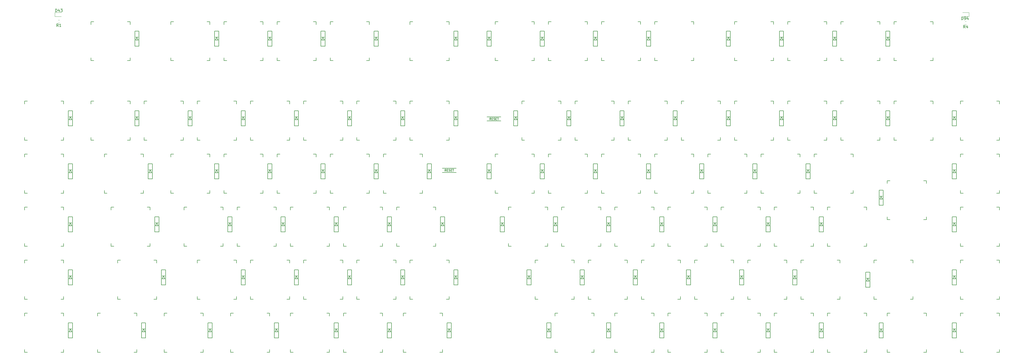
<source format=gto>
G04 #@! TF.GenerationSoftware,KiCad,Pcbnew,(5.1.5)-3*
G04 #@! TF.CreationDate,2020-06-17T21:34:19+09:00*
G04 #@! TF.ProjectId,ProtoKeyboard,50726f74-6f4b-4657-9962-6f6172642e6b,rev?*
G04 #@! TF.SameCoordinates,Original*
G04 #@! TF.FileFunction,Legend,Top*
G04 #@! TF.FilePolarity,Positive*
%FSLAX46Y46*%
G04 Gerber Fmt 4.6, Leading zero omitted, Abs format (unit mm)*
G04 Created by KiCad (PCBNEW (5.1.5)-3) date 2020-06-17 21:34:19*
%MOMM*%
%LPD*%
G04 APERTURE LIST*
%ADD10C,0.150000*%
%ADD11C,0.120000*%
G04 APERTURE END LIST*
D10*
X402242700Y-123384220D02*
X402242700Y-122384220D01*
X402242700Y-122384220D02*
X403242700Y-122384220D01*
X415242700Y-136384220D02*
X416242700Y-136384220D01*
X416242700Y-136384220D02*
X416242700Y-135384220D01*
X416242700Y-123384220D02*
X416242700Y-122384220D01*
X416242700Y-122384220D02*
X415242700Y-122384220D01*
X402242700Y-135384220D02*
X402242700Y-136384220D01*
X403242700Y-136384220D02*
X402242700Y-136384220D01*
X138343950Y-56719220D02*
X138343950Y-55719220D01*
X138343950Y-55719220D02*
X139343950Y-55719220D01*
X151343950Y-69719220D02*
X152343950Y-69719220D01*
X152343950Y-69719220D02*
X152343950Y-68719220D01*
X152343950Y-56719220D02*
X152343950Y-55719220D01*
X152343950Y-55719220D02*
X151343950Y-55719220D01*
X138343950Y-68719220D02*
X138343950Y-69719220D01*
X139343950Y-69719220D02*
X138343950Y-69719220D01*
X66906450Y-85294220D02*
X66906450Y-84294220D01*
X66906450Y-84294220D02*
X67906450Y-84294220D01*
X79906450Y-98294220D02*
X80906450Y-98294220D01*
X80906450Y-98294220D02*
X80906450Y-97294220D01*
X80906450Y-85294220D02*
X80906450Y-84294220D01*
X80906450Y-84294220D02*
X79906450Y-84294220D01*
X66906450Y-97294220D02*
X66906450Y-98294220D01*
X67906450Y-98294220D02*
X66906450Y-98294220D01*
X90718950Y-56719220D02*
X90718950Y-55719220D01*
X90718950Y-55719220D02*
X91718950Y-55719220D01*
X103718950Y-69719220D02*
X104718950Y-69719220D01*
X104718950Y-69719220D02*
X104718950Y-68719220D01*
X104718950Y-56719220D02*
X104718950Y-55719220D01*
X104718950Y-55719220D02*
X103718950Y-55719220D01*
X90718950Y-68719220D02*
X90718950Y-69719220D01*
X91718950Y-69719220D02*
X90718950Y-69719220D01*
X107656450Y-61350470D02*
X106656450Y-61350470D01*
X107156450Y-61450470D02*
X107656450Y-62350470D01*
X106656450Y-62350470D02*
X107156450Y-61450470D01*
X107656450Y-62350470D02*
X106656450Y-62350470D01*
X107906450Y-64550470D02*
X106406450Y-64550470D01*
X107906450Y-59150470D02*
X106406450Y-59150470D01*
X107906450Y-64550470D02*
X107906450Y-59150470D01*
X106406450Y-59150470D02*
X106406450Y-64550470D01*
X136231450Y-61350470D02*
X135231450Y-61350470D01*
X135731450Y-61450470D02*
X136231450Y-62350470D01*
X135231450Y-62350470D02*
X135731450Y-61450470D01*
X136231450Y-62350470D02*
X135231450Y-62350470D01*
X136481450Y-64550470D02*
X134981450Y-64550470D01*
X136481450Y-59150470D02*
X134981450Y-59150470D01*
X136481450Y-64550470D02*
X136481450Y-59150470D01*
X134981450Y-59150470D02*
X134981450Y-64550470D01*
X154031450Y-59150470D02*
X154031450Y-64550470D01*
X155531450Y-64550470D02*
X155531450Y-59150470D01*
X155531450Y-59150470D02*
X154031450Y-59150470D01*
X155531450Y-64550470D02*
X154031450Y-64550470D01*
X155281450Y-62350470D02*
X154281450Y-62350470D01*
X154281450Y-62350470D02*
X154781450Y-61450470D01*
X154781450Y-61450470D02*
X155281450Y-62350470D01*
X155281450Y-61350470D02*
X154281450Y-61350470D01*
X173081450Y-59150470D02*
X173081450Y-64550470D01*
X174581450Y-64550470D02*
X174581450Y-59150470D01*
X174581450Y-59150470D02*
X173081450Y-59150470D01*
X174581450Y-64550470D02*
X173081450Y-64550470D01*
X174331450Y-62350470D02*
X173331450Y-62350470D01*
X173331450Y-62350470D02*
X173831450Y-61450470D01*
X173831450Y-61450470D02*
X174331450Y-62350470D01*
X174331450Y-61350470D02*
X173331450Y-61350470D01*
X192131450Y-59150470D02*
X192131450Y-64550470D01*
X193631450Y-64550470D02*
X193631450Y-59150470D01*
X193631450Y-59150470D02*
X192131450Y-59150470D01*
X193631450Y-64550470D02*
X192131450Y-64550470D01*
X193381450Y-62350470D02*
X192381450Y-62350470D01*
X192381450Y-62350470D02*
X192881450Y-61450470D01*
X192881450Y-61450470D02*
X193381450Y-62350470D01*
X193381450Y-61350470D02*
X192381450Y-61350470D01*
X221956450Y-61350470D02*
X220956450Y-61350470D01*
X221456450Y-61450470D02*
X221956450Y-62350470D01*
X220956450Y-62350470D02*
X221456450Y-61450470D01*
X221956450Y-62350470D02*
X220956450Y-62350470D01*
X222206450Y-64550470D02*
X220706450Y-64550470D01*
X222206450Y-59150470D02*
X220706450Y-59150470D01*
X222206450Y-64550470D02*
X222206450Y-59150470D01*
X220706450Y-59150470D02*
X220706450Y-64550470D01*
X82593950Y-87725470D02*
X82593950Y-93125470D01*
X84093950Y-93125470D02*
X84093950Y-87725470D01*
X84093950Y-87725470D02*
X82593950Y-87725470D01*
X84093950Y-93125470D02*
X82593950Y-93125470D01*
X83843950Y-90925470D02*
X82843950Y-90925470D01*
X82843950Y-90925470D02*
X83343950Y-90025470D01*
X83343950Y-90025470D02*
X83843950Y-90925470D01*
X83843950Y-89925470D02*
X82843950Y-89925470D01*
X106406450Y-87725470D02*
X106406450Y-93125470D01*
X107906450Y-93125470D02*
X107906450Y-87725470D01*
X107906450Y-87725470D02*
X106406450Y-87725470D01*
X107906450Y-93125470D02*
X106406450Y-93125470D01*
X107656450Y-90925470D02*
X106656450Y-90925470D01*
X106656450Y-90925470D02*
X107156450Y-90025470D01*
X107156450Y-90025470D02*
X107656450Y-90925470D01*
X107656450Y-89925470D02*
X106656450Y-89925470D01*
X126706450Y-89925470D02*
X125706450Y-89925470D01*
X126206450Y-90025470D02*
X126706450Y-90925470D01*
X125706450Y-90925470D02*
X126206450Y-90025470D01*
X126706450Y-90925470D02*
X125706450Y-90925470D01*
X126956450Y-93125470D02*
X125456450Y-93125470D01*
X126956450Y-87725470D02*
X125456450Y-87725470D01*
X126956450Y-93125470D02*
X126956450Y-87725470D01*
X125456450Y-87725470D02*
X125456450Y-93125470D01*
X144506450Y-87725470D02*
X144506450Y-93125470D01*
X146006450Y-93125470D02*
X146006450Y-87725470D01*
X146006450Y-87725470D02*
X144506450Y-87725470D01*
X146006450Y-93125470D02*
X144506450Y-93125470D01*
X145756450Y-90925470D02*
X144756450Y-90925470D01*
X144756450Y-90925470D02*
X145256450Y-90025470D01*
X145256450Y-90025470D02*
X145756450Y-90925470D01*
X145756450Y-89925470D02*
X144756450Y-89925470D01*
X164806450Y-89925470D02*
X163806450Y-89925470D01*
X164306450Y-90025470D02*
X164806450Y-90925470D01*
X163806450Y-90925470D02*
X164306450Y-90025470D01*
X164806450Y-90925470D02*
X163806450Y-90925470D01*
X165056450Y-93125470D02*
X163556450Y-93125470D01*
X165056450Y-87725470D02*
X163556450Y-87725470D01*
X165056450Y-93125470D02*
X165056450Y-87725470D01*
X163556450Y-87725470D02*
X163556450Y-93125470D01*
X183856450Y-89925470D02*
X182856450Y-89925470D01*
X183356450Y-90025470D02*
X183856450Y-90925470D01*
X182856450Y-90925470D02*
X183356450Y-90025470D01*
X183856450Y-90925470D02*
X182856450Y-90925470D01*
X184106450Y-93125470D02*
X182606450Y-93125470D01*
X184106450Y-87725470D02*
X182606450Y-87725470D01*
X184106450Y-93125470D02*
X184106450Y-87725470D01*
X182606450Y-87725470D02*
X182606450Y-93125470D01*
X201656450Y-87725470D02*
X201656450Y-93125470D01*
X203156450Y-93125470D02*
X203156450Y-87725470D01*
X203156450Y-87725470D02*
X201656450Y-87725470D01*
X203156450Y-93125470D02*
X201656450Y-93125470D01*
X202906450Y-90925470D02*
X201906450Y-90925470D01*
X201906450Y-90925470D02*
X202406450Y-90025470D01*
X202406450Y-90025470D02*
X202906450Y-90925470D01*
X202906450Y-89925470D02*
X201906450Y-89925470D01*
X221956450Y-89925470D02*
X220956450Y-89925470D01*
X221456450Y-90025470D02*
X221956450Y-90925470D01*
X220956450Y-90925470D02*
X221456450Y-90025470D01*
X221956450Y-90925470D02*
X220956450Y-90925470D01*
X222206450Y-93125470D02*
X220706450Y-93125470D01*
X222206450Y-87725470D02*
X220706450Y-87725470D01*
X222206450Y-93125470D02*
X222206450Y-87725470D01*
X220706450Y-87725470D02*
X220706450Y-93125470D01*
X82593950Y-106775470D02*
X82593950Y-112175470D01*
X84093950Y-112175470D02*
X84093950Y-106775470D01*
X84093950Y-106775470D02*
X82593950Y-106775470D01*
X84093950Y-112175470D02*
X82593950Y-112175470D01*
X83843950Y-109975470D02*
X82843950Y-109975470D01*
X82843950Y-109975470D02*
X83343950Y-109075470D01*
X83343950Y-109075470D02*
X83843950Y-109975470D01*
X83843950Y-108975470D02*
X82843950Y-108975470D01*
X112418950Y-108975470D02*
X111418950Y-108975470D01*
X111918950Y-109075470D02*
X112418950Y-109975470D01*
X111418950Y-109975470D02*
X111918950Y-109075470D01*
X112418950Y-109975470D02*
X111418950Y-109975470D01*
X112668950Y-112175470D02*
X111168950Y-112175470D01*
X112668950Y-106775470D02*
X111168950Y-106775470D01*
X112668950Y-112175470D02*
X112668950Y-106775470D01*
X111168950Y-106775470D02*
X111168950Y-112175470D01*
X134981450Y-106775470D02*
X134981450Y-112175470D01*
X136481450Y-112175470D02*
X136481450Y-106775470D01*
X136481450Y-106775470D02*
X134981450Y-106775470D01*
X136481450Y-112175470D02*
X134981450Y-112175470D01*
X136231450Y-109975470D02*
X135231450Y-109975470D01*
X135231450Y-109975470D02*
X135731450Y-109075470D01*
X135731450Y-109075470D02*
X136231450Y-109975470D01*
X136231450Y-108975470D02*
X135231450Y-108975470D01*
X154031450Y-106775470D02*
X154031450Y-112175470D01*
X155531450Y-112175470D02*
X155531450Y-106775470D01*
X155531450Y-106775470D02*
X154031450Y-106775470D01*
X155531450Y-112175470D02*
X154031450Y-112175470D01*
X155281450Y-109975470D02*
X154281450Y-109975470D01*
X154281450Y-109975470D02*
X154781450Y-109075470D01*
X154781450Y-109075470D02*
X155281450Y-109975470D01*
X155281450Y-108975470D02*
X154281450Y-108975470D01*
X174331450Y-108975470D02*
X173331450Y-108975470D01*
X173831450Y-109075470D02*
X174331450Y-109975470D01*
X173331450Y-109975470D02*
X173831450Y-109075470D01*
X174331450Y-109975470D02*
X173331450Y-109975470D01*
X174581450Y-112175470D02*
X173081450Y-112175470D01*
X174581450Y-106775470D02*
X173081450Y-106775470D01*
X174581450Y-112175470D02*
X174581450Y-106775470D01*
X173081450Y-106775470D02*
X173081450Y-112175470D01*
X192131450Y-106775470D02*
X192131450Y-112175470D01*
X193631450Y-112175470D02*
X193631450Y-106775470D01*
X193631450Y-106775470D02*
X192131450Y-106775470D01*
X193631450Y-112175470D02*
X192131450Y-112175470D01*
X193381450Y-109975470D02*
X192381450Y-109975470D01*
X192381450Y-109975470D02*
X192881450Y-109075470D01*
X192881450Y-109075470D02*
X193381450Y-109975470D01*
X193381450Y-108975470D02*
X192381450Y-108975470D01*
X212431450Y-108975470D02*
X211431450Y-108975470D01*
X211931450Y-109075470D02*
X212431450Y-109975470D01*
X211431450Y-109975470D02*
X211931450Y-109075470D01*
X212431450Y-109975470D02*
X211431450Y-109975470D01*
X212681450Y-112175470D02*
X211181450Y-112175470D01*
X212681450Y-106775470D02*
X211181450Y-106775470D01*
X212681450Y-112175470D02*
X212681450Y-106775470D01*
X211181450Y-106775470D02*
X211181450Y-112175470D01*
X83843950Y-128025470D02*
X82843950Y-128025470D01*
X83343950Y-128125470D02*
X83843950Y-129025470D01*
X82843950Y-129025470D02*
X83343950Y-128125470D01*
X83843950Y-129025470D02*
X82843950Y-129025470D01*
X84093950Y-131225470D02*
X82593950Y-131225470D01*
X84093950Y-125825470D02*
X82593950Y-125825470D01*
X84093950Y-131225470D02*
X84093950Y-125825470D01*
X82593950Y-125825470D02*
X82593950Y-131225470D01*
X113550200Y-125825470D02*
X113550200Y-131225470D01*
X115050200Y-131225470D02*
X115050200Y-125825470D01*
X115050200Y-125825470D02*
X113550200Y-125825470D01*
X115050200Y-131225470D02*
X113550200Y-131225470D01*
X114800200Y-129025470D02*
X113800200Y-129025470D01*
X113800200Y-129025470D02*
X114300200Y-128125470D01*
X114300200Y-128125470D02*
X114800200Y-129025470D01*
X114800200Y-128025470D02*
X113800200Y-128025470D01*
X140993950Y-128025470D02*
X139993950Y-128025470D01*
X140493950Y-128125470D02*
X140993950Y-129025470D01*
X139993950Y-129025470D02*
X140493950Y-128125470D01*
X140993950Y-129025470D02*
X139993950Y-129025470D01*
X141243950Y-131225470D02*
X139743950Y-131225470D01*
X141243950Y-125825470D02*
X139743950Y-125825470D01*
X141243950Y-131225470D02*
X141243950Y-125825470D01*
X139743950Y-125825470D02*
X139743950Y-131225470D01*
X160043950Y-128025470D02*
X159043950Y-128025470D01*
X159543950Y-128125470D02*
X160043950Y-129025470D01*
X159043950Y-129025470D02*
X159543950Y-128125470D01*
X160043950Y-129025470D02*
X159043950Y-129025470D01*
X160293950Y-131225470D02*
X158793950Y-131225470D01*
X160293950Y-125825470D02*
X158793950Y-125825470D01*
X160293950Y-131225470D02*
X160293950Y-125825470D01*
X158793950Y-125825470D02*
X158793950Y-131225470D01*
X177843950Y-125825470D02*
X177843950Y-131225470D01*
X179343950Y-131225470D02*
X179343950Y-125825470D01*
X179343950Y-125825470D02*
X177843950Y-125825470D01*
X179343950Y-131225470D02*
X177843950Y-131225470D01*
X179093950Y-129025470D02*
X178093950Y-129025470D01*
X178093950Y-129025470D02*
X178593950Y-128125470D01*
X178593950Y-128125470D02*
X179093950Y-129025470D01*
X179093950Y-128025470D02*
X178093950Y-128025470D01*
X196893950Y-125825470D02*
X196893950Y-131225470D01*
X198393950Y-131225470D02*
X198393950Y-125825470D01*
X198393950Y-125825470D02*
X196893950Y-125825470D01*
X198393950Y-131225470D02*
X196893950Y-131225470D01*
X198143950Y-129025470D02*
X197143950Y-129025470D01*
X197143950Y-129025470D02*
X197643950Y-128125470D01*
X197643950Y-128125470D02*
X198143950Y-129025470D01*
X198143950Y-128025470D02*
X197143950Y-128025470D01*
X215943950Y-125825470D02*
X215943950Y-131225470D01*
X217443950Y-131225470D02*
X217443950Y-125825470D01*
X217443950Y-125825470D02*
X215943950Y-125825470D01*
X217443950Y-131225470D02*
X215943950Y-131225470D01*
X217193950Y-129025470D02*
X216193950Y-129025470D01*
X216193950Y-129025470D02*
X216693950Y-128125470D01*
X216693950Y-128125470D02*
X217193950Y-129025470D01*
X217193950Y-128025470D02*
X216193950Y-128025470D01*
X83843950Y-147075470D02*
X82843950Y-147075470D01*
X83343950Y-147175470D02*
X83843950Y-148075470D01*
X82843950Y-148075470D02*
X83343950Y-147175470D01*
X83843950Y-148075470D02*
X82843950Y-148075470D01*
X84093950Y-150275470D02*
X82593950Y-150275470D01*
X84093950Y-144875470D02*
X82593950Y-144875470D01*
X84093950Y-150275470D02*
X84093950Y-144875470D01*
X82593950Y-144875470D02*
X82593950Y-150275470D01*
X115931450Y-144875470D02*
X115931450Y-150275470D01*
X117431450Y-150275470D02*
X117431450Y-144875470D01*
X117431450Y-144875470D02*
X115931450Y-144875470D01*
X117431450Y-150275470D02*
X115931450Y-150275470D01*
X117181450Y-148075470D02*
X116181450Y-148075470D01*
X116181450Y-148075470D02*
X116681450Y-147175470D01*
X116681450Y-147175470D02*
X117181450Y-148075470D01*
X117181450Y-147075470D02*
X116181450Y-147075470D01*
X144506450Y-144875470D02*
X144506450Y-150275470D01*
X146006450Y-150275470D02*
X146006450Y-144875470D01*
X146006450Y-144875470D02*
X144506450Y-144875470D01*
X146006450Y-150275470D02*
X144506450Y-150275470D01*
X145756450Y-148075470D02*
X144756450Y-148075470D01*
X144756450Y-148075470D02*
X145256450Y-147175470D01*
X145256450Y-147175470D02*
X145756450Y-148075470D01*
X145756450Y-147075470D02*
X144756450Y-147075470D01*
X164806450Y-147075470D02*
X163806450Y-147075470D01*
X164306450Y-147175470D02*
X164806450Y-148075470D01*
X163806450Y-148075470D02*
X164306450Y-147175470D01*
X164806450Y-148075470D02*
X163806450Y-148075470D01*
X165056450Y-150275470D02*
X163556450Y-150275470D01*
X165056450Y-144875470D02*
X163556450Y-144875470D01*
X165056450Y-150275470D02*
X165056450Y-144875470D01*
X163556450Y-144875470D02*
X163556450Y-150275470D01*
X183856450Y-147075470D02*
X182856450Y-147075470D01*
X183356450Y-147175470D02*
X183856450Y-148075470D01*
X182856450Y-148075470D02*
X183356450Y-147175470D01*
X183856450Y-148075470D02*
X182856450Y-148075470D01*
X184106450Y-150275470D02*
X182606450Y-150275470D01*
X184106450Y-144875470D02*
X182606450Y-144875470D01*
X184106450Y-150275470D02*
X184106450Y-144875470D01*
X182606450Y-144875470D02*
X182606450Y-150275470D01*
X201656450Y-144875470D02*
X201656450Y-150275470D01*
X203156450Y-150275470D02*
X203156450Y-144875470D01*
X203156450Y-144875470D02*
X201656450Y-144875470D01*
X203156450Y-150275470D02*
X201656450Y-150275470D01*
X202906450Y-148075470D02*
X201906450Y-148075470D01*
X201906450Y-148075470D02*
X202406450Y-147175470D01*
X202406450Y-147175470D02*
X202906450Y-148075470D01*
X202906450Y-147075470D02*
X201906450Y-147075470D01*
X220706450Y-144875470D02*
X220706450Y-150275470D01*
X222206450Y-150275470D02*
X222206450Y-144875470D01*
X222206450Y-144875470D02*
X220706450Y-144875470D01*
X222206450Y-150275470D02*
X220706450Y-150275470D01*
X221956450Y-148075470D02*
X220956450Y-148075470D01*
X220956450Y-148075470D02*
X221456450Y-147175470D01*
X221456450Y-147175470D02*
X221956450Y-148075470D01*
X221956450Y-147075470D02*
X220956450Y-147075470D01*
X83843950Y-166125470D02*
X82843950Y-166125470D01*
X83343950Y-166225470D02*
X83843950Y-167125470D01*
X82843950Y-167125470D02*
X83343950Y-166225470D01*
X83843950Y-167125470D02*
X82843950Y-167125470D01*
X84093950Y-169325470D02*
X82593950Y-169325470D01*
X84093950Y-163925470D02*
X82593950Y-163925470D01*
X84093950Y-169325470D02*
X84093950Y-163925470D01*
X82593950Y-163925470D02*
X82593950Y-169325470D01*
X110037700Y-166125470D02*
X109037700Y-166125470D01*
X109537700Y-166225470D02*
X110037700Y-167125470D01*
X109037700Y-167125470D02*
X109537700Y-166225470D01*
X110037700Y-167125470D02*
X109037700Y-167125470D01*
X110287700Y-169325470D02*
X108787700Y-169325470D01*
X110287700Y-163925470D02*
X108787700Y-163925470D01*
X110287700Y-169325470D02*
X110287700Y-163925470D01*
X108787700Y-163925470D02*
X108787700Y-169325470D01*
X132600200Y-163925470D02*
X132600200Y-169325470D01*
X134100200Y-169325470D02*
X134100200Y-163925470D01*
X134100200Y-163925470D02*
X132600200Y-163925470D01*
X134100200Y-169325470D02*
X132600200Y-169325470D01*
X133850200Y-167125470D02*
X132850200Y-167125470D01*
X132850200Y-167125470D02*
X133350200Y-166225470D01*
X133350200Y-166225470D02*
X133850200Y-167125470D01*
X133850200Y-166125470D02*
X132850200Y-166125470D01*
X156412700Y-163925470D02*
X156412700Y-169325470D01*
X157912700Y-169325470D02*
X157912700Y-163925470D01*
X157912700Y-163925470D02*
X156412700Y-163925470D01*
X157912700Y-169325470D02*
X156412700Y-169325470D01*
X157662700Y-167125470D02*
X156662700Y-167125470D01*
X156662700Y-167125470D02*
X157162700Y-166225470D01*
X157162700Y-166225470D02*
X157662700Y-167125470D01*
X157662700Y-166125470D02*
X156662700Y-166125470D01*
X179093950Y-166125470D02*
X178093950Y-166125470D01*
X178593950Y-166225470D02*
X179093950Y-167125470D01*
X178093950Y-167125470D02*
X178593950Y-166225470D01*
X179093950Y-167125470D02*
X178093950Y-167125470D01*
X179343950Y-169325470D02*
X177843950Y-169325470D01*
X179343950Y-163925470D02*
X177843950Y-163925470D01*
X179343950Y-169325470D02*
X179343950Y-163925470D01*
X177843950Y-163925470D02*
X177843950Y-169325470D01*
X196893950Y-163925470D02*
X196893950Y-169325470D01*
X198393950Y-169325470D02*
X198393950Y-163925470D01*
X198393950Y-163925470D02*
X196893950Y-163925470D01*
X198393950Y-169325470D02*
X196893950Y-169325470D01*
X198143950Y-167125470D02*
X197143950Y-167125470D01*
X197143950Y-167125470D02*
X197643950Y-166225470D01*
X197643950Y-166225470D02*
X198143950Y-167125470D01*
X198143950Y-166125470D02*
X197143950Y-166125470D01*
X219575200Y-166125470D02*
X218575200Y-166125470D01*
X219075200Y-166225470D02*
X219575200Y-167125470D01*
X218575200Y-167125470D02*
X219075200Y-166225470D01*
X219575200Y-167125470D02*
X218575200Y-167125470D01*
X219825200Y-169325470D02*
X218325200Y-169325470D01*
X219825200Y-163925470D02*
X218325200Y-163925470D01*
X219825200Y-169325470D02*
X219825200Y-163925470D01*
X218325200Y-163925470D02*
X218325200Y-169325470D01*
D11*
X79992320Y-52415970D02*
X77707320Y-52415970D01*
X77707320Y-52415970D02*
X77707320Y-53885970D01*
X77707320Y-53885970D02*
X79992320Y-53885970D01*
D10*
X232612700Y-59150470D02*
X232612700Y-64550470D01*
X234112700Y-64550470D02*
X234112700Y-59150470D01*
X234112700Y-59150470D02*
X232612700Y-59150470D01*
X234112700Y-64550470D02*
X232612700Y-64550470D01*
X233862700Y-62350470D02*
X232862700Y-62350470D01*
X232862700Y-62350470D02*
X233362700Y-61450470D01*
X233362700Y-61450470D02*
X233862700Y-62350470D01*
X233862700Y-61350470D02*
X232862700Y-61350470D01*
X252912700Y-61350470D02*
X251912700Y-61350470D01*
X252412700Y-61450470D02*
X252912700Y-62350470D01*
X251912700Y-62350470D02*
X252412700Y-61450470D01*
X252912700Y-62350470D02*
X251912700Y-62350470D01*
X253162700Y-64550470D02*
X251662700Y-64550470D01*
X253162700Y-59150470D02*
X251662700Y-59150470D01*
X253162700Y-64550470D02*
X253162700Y-59150470D01*
X251662700Y-59150470D02*
X251662700Y-64550470D01*
X271962700Y-61350470D02*
X270962700Y-61350470D01*
X271462700Y-61450470D02*
X271962700Y-62350470D01*
X270962700Y-62350470D02*
X271462700Y-61450470D01*
X271962700Y-62350470D02*
X270962700Y-62350470D01*
X272212700Y-64550470D02*
X270712700Y-64550470D01*
X272212700Y-59150470D02*
X270712700Y-59150470D01*
X272212700Y-64550470D02*
X272212700Y-59150470D01*
X270712700Y-59150470D02*
X270712700Y-64550470D01*
X289762700Y-59150470D02*
X289762700Y-64550470D01*
X291262700Y-64550470D02*
X291262700Y-59150470D01*
X291262700Y-59150470D02*
X289762700Y-59150470D01*
X291262700Y-64550470D02*
X289762700Y-64550470D01*
X291012700Y-62350470D02*
X290012700Y-62350470D01*
X290012700Y-62350470D02*
X290512700Y-61450470D01*
X290512700Y-61450470D02*
X291012700Y-62350470D01*
X291012700Y-61350470D02*
X290012700Y-61350470D01*
X318337700Y-59150470D02*
X318337700Y-64550470D01*
X319837700Y-64550470D02*
X319837700Y-59150470D01*
X319837700Y-59150470D02*
X318337700Y-59150470D01*
X319837700Y-64550470D02*
X318337700Y-64550470D01*
X319587700Y-62350470D02*
X318587700Y-62350470D01*
X318587700Y-62350470D02*
X319087700Y-61450470D01*
X319087700Y-61450470D02*
X319587700Y-62350470D01*
X319587700Y-61350470D02*
X318587700Y-61350470D01*
X338637700Y-61350470D02*
X337637700Y-61350470D01*
X338137700Y-61450470D02*
X338637700Y-62350470D01*
X337637700Y-62350470D02*
X338137700Y-61450470D01*
X338637700Y-62350470D02*
X337637700Y-62350470D01*
X338887700Y-64550470D02*
X337387700Y-64550470D01*
X338887700Y-59150470D02*
X337387700Y-59150470D01*
X338887700Y-64550470D02*
X338887700Y-59150470D01*
X337387700Y-59150470D02*
X337387700Y-64550470D01*
X357687700Y-61350470D02*
X356687700Y-61350470D01*
X357187700Y-61450470D02*
X357687700Y-62350470D01*
X356687700Y-62350470D02*
X357187700Y-61450470D01*
X357687700Y-62350470D02*
X356687700Y-62350470D01*
X357937700Y-64550470D02*
X356437700Y-64550470D01*
X357937700Y-59150470D02*
X356437700Y-59150470D01*
X357937700Y-64550470D02*
X357937700Y-59150470D01*
X356437700Y-59150470D02*
X356437700Y-64550470D01*
X375487700Y-59150470D02*
X375487700Y-64550470D01*
X376987700Y-64550470D02*
X376987700Y-59150470D01*
X376987700Y-59150470D02*
X375487700Y-59150470D01*
X376987700Y-64550470D02*
X375487700Y-64550470D01*
X376737700Y-62350470D02*
X375737700Y-62350470D01*
X375737700Y-62350470D02*
X376237700Y-61450470D01*
X376237700Y-61450470D02*
X376737700Y-62350470D01*
X376737700Y-61350470D02*
X375737700Y-61350470D01*
X242137700Y-87725470D02*
X242137700Y-93125470D01*
X243637700Y-93125470D02*
X243637700Y-87725470D01*
X243637700Y-87725470D02*
X242137700Y-87725470D01*
X243637700Y-93125470D02*
X242137700Y-93125470D01*
X243387700Y-90925470D02*
X242387700Y-90925470D01*
X242387700Y-90925470D02*
X242887700Y-90025470D01*
X242887700Y-90025470D02*
X243387700Y-90925470D01*
X243387700Y-89925470D02*
X242387700Y-89925470D01*
X262437700Y-89925470D02*
X261437700Y-89925470D01*
X261937700Y-90025470D02*
X262437700Y-90925470D01*
X261437700Y-90925470D02*
X261937700Y-90025470D01*
X262437700Y-90925470D02*
X261437700Y-90925470D01*
X262687700Y-93125470D02*
X261187700Y-93125470D01*
X262687700Y-87725470D02*
X261187700Y-87725470D01*
X262687700Y-93125470D02*
X262687700Y-87725470D01*
X261187700Y-87725470D02*
X261187700Y-93125470D01*
X280237700Y-87725470D02*
X280237700Y-93125470D01*
X281737700Y-93125470D02*
X281737700Y-87725470D01*
X281737700Y-87725470D02*
X280237700Y-87725470D01*
X281737700Y-93125470D02*
X280237700Y-93125470D01*
X281487700Y-90925470D02*
X280487700Y-90925470D01*
X280487700Y-90925470D02*
X280987700Y-90025470D01*
X280987700Y-90025470D02*
X281487700Y-90925470D01*
X281487700Y-89925470D02*
X280487700Y-89925470D01*
X300537700Y-89925470D02*
X299537700Y-89925470D01*
X300037700Y-90025470D02*
X300537700Y-90925470D01*
X299537700Y-90925470D02*
X300037700Y-90025470D01*
X300537700Y-90925470D02*
X299537700Y-90925470D01*
X300787700Y-93125470D02*
X299287700Y-93125470D01*
X300787700Y-87725470D02*
X299287700Y-87725470D01*
X300787700Y-93125470D02*
X300787700Y-87725470D01*
X299287700Y-87725470D02*
X299287700Y-93125470D01*
X319587700Y-89925470D02*
X318587700Y-89925470D01*
X319087700Y-90025470D02*
X319587700Y-90925470D01*
X318587700Y-90925470D02*
X319087700Y-90025470D01*
X319587700Y-90925470D02*
X318587700Y-90925470D01*
X319837700Y-93125470D02*
X318337700Y-93125470D01*
X319837700Y-87725470D02*
X318337700Y-87725470D01*
X319837700Y-93125470D02*
X319837700Y-87725470D01*
X318337700Y-87725470D02*
X318337700Y-93125470D01*
X337387700Y-87725470D02*
X337387700Y-93125470D01*
X338887700Y-93125470D02*
X338887700Y-87725470D01*
X338887700Y-87725470D02*
X337387700Y-87725470D01*
X338887700Y-93125470D02*
X337387700Y-93125470D01*
X338637700Y-90925470D02*
X337637700Y-90925470D01*
X337637700Y-90925470D02*
X338137700Y-90025470D01*
X338137700Y-90025470D02*
X338637700Y-90925470D01*
X338637700Y-89925470D02*
X337637700Y-89925470D01*
X356437700Y-87725470D02*
X356437700Y-93125470D01*
X357937700Y-93125470D02*
X357937700Y-87725470D01*
X357937700Y-87725470D02*
X356437700Y-87725470D01*
X357937700Y-93125470D02*
X356437700Y-93125470D01*
X357687700Y-90925470D02*
X356687700Y-90925470D01*
X356687700Y-90925470D02*
X357187700Y-90025470D01*
X357187700Y-90025470D02*
X357687700Y-90925470D01*
X357687700Y-89925470D02*
X356687700Y-89925470D01*
X376737700Y-89925470D02*
X375737700Y-89925470D01*
X376237700Y-90025470D02*
X376737700Y-90925470D01*
X375737700Y-90925470D02*
X376237700Y-90025470D01*
X376737700Y-90925470D02*
X375737700Y-90925470D01*
X376987700Y-93125470D02*
X375487700Y-93125470D01*
X376987700Y-87725470D02*
X375487700Y-87725470D01*
X376987700Y-93125470D02*
X376987700Y-87725470D01*
X375487700Y-87725470D02*
X375487700Y-93125470D01*
X399300200Y-87725470D02*
X399300200Y-93125470D01*
X400800200Y-93125470D02*
X400800200Y-87725470D01*
X400800200Y-87725470D02*
X399300200Y-87725470D01*
X400800200Y-93125470D02*
X399300200Y-93125470D01*
X400550200Y-90925470D02*
X399550200Y-90925470D01*
X399550200Y-90925470D02*
X400050200Y-90025470D01*
X400050200Y-90025470D02*
X400550200Y-90925470D01*
X400550200Y-89925470D02*
X399550200Y-89925470D01*
X233862700Y-108975470D02*
X232862700Y-108975470D01*
X233362700Y-109075470D02*
X233862700Y-109975470D01*
X232862700Y-109975470D02*
X233362700Y-109075470D01*
X233862700Y-109975470D02*
X232862700Y-109975470D01*
X234112700Y-112175470D02*
X232612700Y-112175470D01*
X234112700Y-106775470D02*
X232612700Y-106775470D01*
X234112700Y-112175470D02*
X234112700Y-106775470D01*
X232612700Y-106775470D02*
X232612700Y-112175470D01*
X251662700Y-106775470D02*
X251662700Y-112175470D01*
X253162700Y-112175470D02*
X253162700Y-106775470D01*
X253162700Y-106775470D02*
X251662700Y-106775470D01*
X253162700Y-112175470D02*
X251662700Y-112175470D01*
X252912700Y-109975470D02*
X251912700Y-109975470D01*
X251912700Y-109975470D02*
X252412700Y-109075470D01*
X252412700Y-109075470D02*
X252912700Y-109975470D01*
X252912700Y-108975470D02*
X251912700Y-108975470D01*
X271962700Y-108975470D02*
X270962700Y-108975470D01*
X271462700Y-109075470D02*
X271962700Y-109975470D01*
X270962700Y-109975470D02*
X271462700Y-109075470D01*
X271962700Y-109975470D02*
X270962700Y-109975470D01*
X272212700Y-112175470D02*
X270712700Y-112175470D01*
X272212700Y-106775470D02*
X270712700Y-106775470D01*
X272212700Y-112175470D02*
X272212700Y-106775470D01*
X270712700Y-106775470D02*
X270712700Y-112175470D01*
X289762700Y-106775470D02*
X289762700Y-112175470D01*
X291262700Y-112175470D02*
X291262700Y-106775470D01*
X291262700Y-106775470D02*
X289762700Y-106775470D01*
X291262700Y-112175470D02*
X289762700Y-112175470D01*
X291012700Y-109975470D02*
X290012700Y-109975470D01*
X290012700Y-109975470D02*
X290512700Y-109075470D01*
X290512700Y-109075470D02*
X291012700Y-109975470D01*
X291012700Y-108975470D02*
X290012700Y-108975470D01*
X310062700Y-108975470D02*
X309062700Y-108975470D01*
X309562700Y-109075470D02*
X310062700Y-109975470D01*
X309062700Y-109975470D02*
X309562700Y-109075470D01*
X310062700Y-109975470D02*
X309062700Y-109975470D01*
X310312700Y-112175470D02*
X308812700Y-112175470D01*
X310312700Y-106775470D02*
X308812700Y-106775470D01*
X310312700Y-112175470D02*
X310312700Y-106775470D01*
X308812700Y-106775470D02*
X308812700Y-112175470D01*
X327862700Y-106775470D02*
X327862700Y-112175470D01*
X329362700Y-112175470D02*
X329362700Y-106775470D01*
X329362700Y-106775470D02*
X327862700Y-106775470D01*
X329362700Y-112175470D02*
X327862700Y-112175470D01*
X329112700Y-109975470D02*
X328112700Y-109975470D01*
X328112700Y-109975470D02*
X328612700Y-109075470D01*
X328612700Y-109075470D02*
X329112700Y-109975470D01*
X329112700Y-108975470D02*
X328112700Y-108975470D01*
X348162700Y-108975470D02*
X347162700Y-108975470D01*
X347662700Y-109075470D02*
X348162700Y-109975470D01*
X347162700Y-109975470D02*
X347662700Y-109075470D01*
X348162700Y-109975470D02*
X347162700Y-109975470D01*
X348412700Y-112175470D02*
X346912700Y-112175470D01*
X348412700Y-106775470D02*
X346912700Y-106775470D01*
X348412700Y-112175470D02*
X348412700Y-106775470D01*
X346912700Y-106775470D02*
X346912700Y-112175470D01*
X373106450Y-116300470D02*
X373106450Y-121700470D01*
X374606450Y-121700470D02*
X374606450Y-116300470D01*
X374606450Y-116300470D02*
X373106450Y-116300470D01*
X374606450Y-121700470D02*
X373106450Y-121700470D01*
X374356450Y-119500470D02*
X373356450Y-119500470D01*
X373356450Y-119500470D02*
X373856450Y-118600470D01*
X373856450Y-118600470D02*
X374356450Y-119500470D01*
X374356450Y-118500470D02*
X373356450Y-118500470D01*
X400550200Y-108975470D02*
X399550200Y-108975470D01*
X400050200Y-109075470D02*
X400550200Y-109975470D01*
X399550200Y-109975470D02*
X400050200Y-109075470D01*
X400550200Y-109975470D02*
X399550200Y-109975470D01*
X400800200Y-112175470D02*
X399300200Y-112175470D01*
X400800200Y-106775470D02*
X399300200Y-106775470D01*
X400800200Y-112175470D02*
X400800200Y-106775470D01*
X399300200Y-106775470D02*
X399300200Y-112175470D01*
X238625200Y-128025470D02*
X237625200Y-128025470D01*
X238125200Y-128125470D02*
X238625200Y-129025470D01*
X237625200Y-129025470D02*
X238125200Y-128125470D01*
X238625200Y-129025470D02*
X237625200Y-129025470D01*
X238875200Y-131225470D02*
X237375200Y-131225470D01*
X238875200Y-125825470D02*
X237375200Y-125825470D01*
X238875200Y-131225470D02*
X238875200Y-125825470D01*
X237375200Y-125825470D02*
X237375200Y-131225470D01*
X256425200Y-125825470D02*
X256425200Y-131225470D01*
X257925200Y-131225470D02*
X257925200Y-125825470D01*
X257925200Y-125825470D02*
X256425200Y-125825470D01*
X257925200Y-131225470D02*
X256425200Y-131225470D01*
X257675200Y-129025470D02*
X256675200Y-129025470D01*
X256675200Y-129025470D02*
X257175200Y-128125470D01*
X257175200Y-128125470D02*
X257675200Y-129025470D01*
X257675200Y-128025470D02*
X256675200Y-128025470D01*
X276725200Y-128025470D02*
X275725200Y-128025470D01*
X276225200Y-128125470D02*
X276725200Y-129025470D01*
X275725200Y-129025470D02*
X276225200Y-128125470D01*
X276725200Y-129025470D02*
X275725200Y-129025470D01*
X276975200Y-131225470D02*
X275475200Y-131225470D01*
X276975200Y-125825470D02*
X275475200Y-125825470D01*
X276975200Y-131225470D02*
X276975200Y-125825470D01*
X275475200Y-125825470D02*
X275475200Y-131225470D01*
X294525200Y-125825470D02*
X294525200Y-131225470D01*
X296025200Y-131225470D02*
X296025200Y-125825470D01*
X296025200Y-125825470D02*
X294525200Y-125825470D01*
X296025200Y-131225470D02*
X294525200Y-131225470D01*
X295775200Y-129025470D02*
X294775200Y-129025470D01*
X294775200Y-129025470D02*
X295275200Y-128125470D01*
X295275200Y-128125470D02*
X295775200Y-129025470D01*
X295775200Y-128025470D02*
X294775200Y-128025470D01*
X313575200Y-125825470D02*
X313575200Y-131225470D01*
X315075200Y-131225470D02*
X315075200Y-125825470D01*
X315075200Y-125825470D02*
X313575200Y-125825470D01*
X315075200Y-131225470D02*
X313575200Y-131225470D01*
X314825200Y-129025470D02*
X313825200Y-129025470D01*
X313825200Y-129025470D02*
X314325200Y-128125470D01*
X314325200Y-128125470D02*
X314825200Y-129025470D01*
X314825200Y-128025470D02*
X313825200Y-128025470D01*
X333875200Y-128025470D02*
X332875200Y-128025470D01*
X333375200Y-128125470D02*
X333875200Y-129025470D01*
X332875200Y-129025470D02*
X333375200Y-128125470D01*
X333875200Y-129025470D02*
X332875200Y-129025470D01*
X334125200Y-131225470D02*
X332625200Y-131225470D01*
X334125200Y-125825470D02*
X332625200Y-125825470D01*
X334125200Y-131225470D02*
X334125200Y-125825470D01*
X332625200Y-125825470D02*
X332625200Y-131225470D01*
X352925200Y-128025470D02*
X351925200Y-128025470D01*
X352425200Y-128125470D02*
X352925200Y-129025470D01*
X351925200Y-129025470D02*
X352425200Y-128125470D01*
X352925200Y-129025470D02*
X351925200Y-129025470D01*
X353175200Y-131225470D02*
X351675200Y-131225470D01*
X353175200Y-125825470D02*
X351675200Y-125825470D01*
X353175200Y-131225470D02*
X353175200Y-125825470D01*
X351675200Y-125825470D02*
X351675200Y-131225470D01*
X400550200Y-128025470D02*
X399550200Y-128025470D01*
X400050200Y-128125470D02*
X400550200Y-129025470D01*
X399550200Y-129025470D02*
X400050200Y-128125470D01*
X400550200Y-129025470D02*
X399550200Y-129025470D01*
X400800200Y-131225470D02*
X399300200Y-131225470D01*
X400800200Y-125825470D02*
X399300200Y-125825470D01*
X400800200Y-131225470D02*
X400800200Y-125825470D01*
X399300200Y-125825470D02*
X399300200Y-131225470D01*
X248150200Y-147075470D02*
X247150200Y-147075470D01*
X247650200Y-147175470D02*
X248150200Y-148075470D01*
X247150200Y-148075470D02*
X247650200Y-147175470D01*
X248150200Y-148075470D02*
X247150200Y-148075470D01*
X248400200Y-150275470D02*
X246900200Y-150275470D01*
X248400200Y-144875470D02*
X246900200Y-144875470D01*
X248400200Y-150275470D02*
X248400200Y-144875470D01*
X246900200Y-144875470D02*
X246900200Y-150275470D01*
X265950200Y-144875470D02*
X265950200Y-150275470D01*
X267450200Y-150275470D02*
X267450200Y-144875470D01*
X267450200Y-144875470D02*
X265950200Y-144875470D01*
X267450200Y-150275470D02*
X265950200Y-150275470D01*
X267200200Y-148075470D02*
X266200200Y-148075470D01*
X266200200Y-148075470D02*
X266700200Y-147175470D01*
X266700200Y-147175470D02*
X267200200Y-148075470D01*
X267200200Y-147075470D02*
X266200200Y-147075470D01*
X285000200Y-144875470D02*
X285000200Y-150275470D01*
X286500200Y-150275470D02*
X286500200Y-144875470D01*
X286500200Y-144875470D02*
X285000200Y-144875470D01*
X286500200Y-150275470D02*
X285000200Y-150275470D01*
X286250200Y-148075470D02*
X285250200Y-148075470D01*
X285250200Y-148075470D02*
X285750200Y-147175470D01*
X285750200Y-147175470D02*
X286250200Y-148075470D01*
X286250200Y-147075470D02*
X285250200Y-147075470D01*
X305300200Y-147075470D02*
X304300200Y-147075470D01*
X304800200Y-147175470D02*
X305300200Y-148075470D01*
X304300200Y-148075470D02*
X304800200Y-147175470D01*
X305300200Y-148075470D02*
X304300200Y-148075470D01*
X305550200Y-150275470D02*
X304050200Y-150275470D01*
X305550200Y-144875470D02*
X304050200Y-144875470D01*
X305550200Y-150275470D02*
X305550200Y-144875470D01*
X304050200Y-144875470D02*
X304050200Y-150275470D01*
X324350200Y-147075470D02*
X323350200Y-147075470D01*
X323850200Y-147175470D02*
X324350200Y-148075470D01*
X323350200Y-148075470D02*
X323850200Y-147175470D01*
X324350200Y-148075470D02*
X323350200Y-148075470D01*
X324600200Y-150275470D02*
X323100200Y-150275470D01*
X324600200Y-144875470D02*
X323100200Y-144875470D01*
X324600200Y-150275470D02*
X324600200Y-144875470D01*
X323100200Y-144875470D02*
X323100200Y-150275470D01*
X342150200Y-144875470D02*
X342150200Y-150275470D01*
X343650200Y-150275470D02*
X343650200Y-144875470D01*
X343650200Y-144875470D02*
X342150200Y-144875470D01*
X343650200Y-150275470D02*
X342150200Y-150275470D01*
X343400200Y-148075470D02*
X342400200Y-148075470D01*
X342400200Y-148075470D02*
X342900200Y-147175470D01*
X342900200Y-147175470D02*
X343400200Y-148075470D01*
X343400200Y-147075470D02*
X342400200Y-147075470D01*
X368343950Y-145762970D02*
X368343950Y-151162970D01*
X369843950Y-151162970D02*
X369843950Y-145762970D01*
X369843950Y-145762970D02*
X368343950Y-145762970D01*
X369843950Y-151162970D02*
X368343950Y-151162970D01*
X369593950Y-148962970D02*
X368593950Y-148962970D01*
X368593950Y-148962970D02*
X369093950Y-148062970D01*
X369093950Y-148062970D02*
X369593950Y-148962970D01*
X369593950Y-147962970D02*
X368593950Y-147962970D01*
X399300200Y-144875470D02*
X399300200Y-150275470D01*
X400800200Y-150275470D02*
X400800200Y-144875470D01*
X400800200Y-144875470D02*
X399300200Y-144875470D01*
X400800200Y-150275470D02*
X399300200Y-150275470D01*
X400550200Y-148075470D02*
X399550200Y-148075470D01*
X399550200Y-148075470D02*
X400050200Y-147175470D01*
X400050200Y-147175470D02*
X400550200Y-148075470D01*
X400550200Y-147075470D02*
X399550200Y-147075470D01*
X254043950Y-163925470D02*
X254043950Y-169325470D01*
X255543950Y-169325470D02*
X255543950Y-163925470D01*
X255543950Y-163925470D02*
X254043950Y-163925470D01*
X255543950Y-169325470D02*
X254043950Y-169325470D01*
X255293950Y-167125470D02*
X254293950Y-167125470D01*
X254293950Y-167125470D02*
X254793950Y-166225470D01*
X254793950Y-166225470D02*
X255293950Y-167125470D01*
X255293950Y-166125470D02*
X254293950Y-166125470D01*
X276725200Y-166125470D02*
X275725200Y-166125470D01*
X276225200Y-166225470D02*
X276725200Y-167125470D01*
X275725200Y-167125470D02*
X276225200Y-166225470D01*
X276725200Y-167125470D02*
X275725200Y-167125470D01*
X276975200Y-169325470D02*
X275475200Y-169325470D01*
X276975200Y-163925470D02*
X275475200Y-163925470D01*
X276975200Y-169325470D02*
X276975200Y-163925470D01*
X275475200Y-163925470D02*
X275475200Y-169325470D01*
X295775200Y-166125470D02*
X294775200Y-166125470D01*
X295275200Y-166225470D02*
X295775200Y-167125470D01*
X294775200Y-167125470D02*
X295275200Y-166225470D01*
X295775200Y-167125470D02*
X294775200Y-167125470D01*
X296025200Y-169325470D02*
X294525200Y-169325470D01*
X296025200Y-163925470D02*
X294525200Y-163925470D01*
X296025200Y-169325470D02*
X296025200Y-163925470D01*
X294525200Y-163925470D02*
X294525200Y-169325470D01*
X314825200Y-166125470D02*
X313825200Y-166125470D01*
X314325200Y-166225470D02*
X314825200Y-167125470D01*
X313825200Y-167125470D02*
X314325200Y-166225470D01*
X314825200Y-167125470D02*
X313825200Y-167125470D01*
X315075200Y-169325470D02*
X313575200Y-169325470D01*
X315075200Y-163925470D02*
X313575200Y-163925470D01*
X315075200Y-169325470D02*
X315075200Y-163925470D01*
X313575200Y-163925470D02*
X313575200Y-169325470D01*
X333875200Y-166125470D02*
X332875200Y-166125470D01*
X333375200Y-166225470D02*
X333875200Y-167125470D01*
X332875200Y-167125470D02*
X333375200Y-166225470D01*
X333875200Y-167125470D02*
X332875200Y-167125470D01*
X334125200Y-169325470D02*
X332625200Y-169325470D01*
X334125200Y-163925470D02*
X332625200Y-163925470D01*
X334125200Y-169325470D02*
X334125200Y-163925470D01*
X332625200Y-163925470D02*
X332625200Y-169325470D01*
X351675200Y-163925470D02*
X351675200Y-169325470D01*
X353175200Y-169325470D02*
X353175200Y-163925470D01*
X353175200Y-163925470D02*
X351675200Y-163925470D01*
X353175200Y-169325470D02*
X351675200Y-169325470D01*
X352925200Y-167125470D02*
X351925200Y-167125470D01*
X351925200Y-167125470D02*
X352425200Y-166225470D01*
X352425200Y-166225470D02*
X352925200Y-167125470D01*
X352925200Y-166125470D02*
X351925200Y-166125470D01*
X373106450Y-163925470D02*
X373106450Y-169325470D01*
X374606450Y-169325470D02*
X374606450Y-163925470D01*
X374606450Y-163925470D02*
X373106450Y-163925470D01*
X374606450Y-169325470D02*
X373106450Y-169325470D01*
X374356450Y-167125470D02*
X373356450Y-167125470D01*
X373356450Y-167125470D02*
X373856450Y-166225470D01*
X373856450Y-166225470D02*
X374356450Y-167125470D01*
X374356450Y-166125470D02*
X373356450Y-166125470D01*
X400550200Y-166125470D02*
X399550200Y-166125470D01*
X400050200Y-166225470D02*
X400550200Y-167125470D01*
X399550200Y-167125470D02*
X400050200Y-166225470D01*
X400550200Y-167125470D02*
X399550200Y-167125470D01*
X400800200Y-169325470D02*
X399300200Y-169325470D01*
X400800200Y-163925470D02*
X399300200Y-163925470D01*
X400800200Y-169325470D02*
X400800200Y-163925470D01*
X399300200Y-163925470D02*
X399300200Y-169325470D01*
D11*
X405345200Y-52415970D02*
X403060200Y-52415970D01*
X405345200Y-53885970D02*
X405345200Y-52415970D01*
X403060200Y-53885970D02*
X405345200Y-53885970D01*
X79344939Y-56150170D02*
X79019381Y-56150170D01*
X79344939Y-55130170D02*
X79019381Y-55130170D01*
X404304919Y-55625470D02*
X403979361Y-55625470D01*
X404304919Y-56645470D02*
X403979361Y-56645470D01*
D10*
X120293950Y-69719220D02*
X119293950Y-69719220D01*
X119293950Y-68719220D02*
X119293950Y-69719220D01*
X133293950Y-55719220D02*
X132293950Y-55719220D01*
X133293950Y-56719220D02*
X133293950Y-55719220D01*
X133293950Y-69719220D02*
X133293950Y-68719220D01*
X132293950Y-69719220D02*
X133293950Y-69719220D01*
X119293950Y-55719220D02*
X120293950Y-55719220D01*
X119293950Y-56719220D02*
X119293950Y-55719220D01*
X158393950Y-69719220D02*
X157393950Y-69719220D01*
X157393950Y-68719220D02*
X157393950Y-69719220D01*
X171393950Y-55719220D02*
X170393950Y-55719220D01*
X171393950Y-56719220D02*
X171393950Y-55719220D01*
X171393950Y-69719220D02*
X171393950Y-68719220D01*
X170393950Y-69719220D02*
X171393950Y-69719220D01*
X157393950Y-55719220D02*
X158393950Y-55719220D01*
X157393950Y-56719220D02*
X157393950Y-55719220D01*
X176443950Y-56719220D02*
X176443950Y-55719220D01*
X176443950Y-55719220D02*
X177443950Y-55719220D01*
X189443950Y-69719220D02*
X190443950Y-69719220D01*
X190443950Y-69719220D02*
X190443950Y-68719220D01*
X190443950Y-56719220D02*
X190443950Y-55719220D01*
X190443950Y-55719220D02*
X189443950Y-55719220D01*
X176443950Y-68719220D02*
X176443950Y-69719220D01*
X177443950Y-69719220D02*
X176443950Y-69719220D01*
X206018950Y-69719220D02*
X205018950Y-69719220D01*
X205018950Y-68719220D02*
X205018950Y-69719220D01*
X219018950Y-55719220D02*
X218018950Y-55719220D01*
X219018950Y-56719220D02*
X219018950Y-55719220D01*
X219018950Y-69719220D02*
X219018950Y-68719220D01*
X218018950Y-69719220D02*
X219018950Y-69719220D01*
X205018950Y-55719220D02*
X206018950Y-55719220D01*
X205018950Y-56719220D02*
X205018950Y-55719220D01*
X91718950Y-98294220D02*
X90718950Y-98294220D01*
X90718950Y-97294220D02*
X90718950Y-98294220D01*
X104718950Y-84294220D02*
X103718950Y-84294220D01*
X104718950Y-85294220D02*
X104718950Y-84294220D01*
X104718950Y-98294220D02*
X104718950Y-97294220D01*
X103718950Y-98294220D02*
X104718950Y-98294220D01*
X90718950Y-84294220D02*
X91718950Y-84294220D01*
X90718950Y-85294220D02*
X90718950Y-84294220D01*
X109768950Y-85294220D02*
X109768950Y-84294220D01*
X109768950Y-84294220D02*
X110768950Y-84294220D01*
X122768950Y-98294220D02*
X123768950Y-98294220D01*
X123768950Y-98294220D02*
X123768950Y-97294220D01*
X123768950Y-85294220D02*
X123768950Y-84294220D01*
X123768950Y-84294220D02*
X122768950Y-84294220D01*
X109768950Y-97294220D02*
X109768950Y-98294220D01*
X110768950Y-98294220D02*
X109768950Y-98294220D01*
X128818950Y-85294220D02*
X128818950Y-84294220D01*
X128818950Y-84294220D02*
X129818950Y-84294220D01*
X141818950Y-98294220D02*
X142818950Y-98294220D01*
X142818950Y-98294220D02*
X142818950Y-97294220D01*
X142818950Y-85294220D02*
X142818950Y-84294220D01*
X142818950Y-84294220D02*
X141818950Y-84294220D01*
X128818950Y-97294220D02*
X128818950Y-98294220D01*
X129818950Y-98294220D02*
X128818950Y-98294220D01*
X148868950Y-98294220D02*
X147868950Y-98294220D01*
X147868950Y-97294220D02*
X147868950Y-98294220D01*
X161868950Y-84294220D02*
X160868950Y-84294220D01*
X161868950Y-85294220D02*
X161868950Y-84294220D01*
X161868950Y-98294220D02*
X161868950Y-97294220D01*
X160868950Y-98294220D02*
X161868950Y-98294220D01*
X147868950Y-84294220D02*
X148868950Y-84294220D01*
X147868950Y-85294220D02*
X147868950Y-84294220D01*
X166918950Y-85294220D02*
X166918950Y-84294220D01*
X166918950Y-84294220D02*
X167918950Y-84294220D01*
X179918950Y-98294220D02*
X180918950Y-98294220D01*
X180918950Y-98294220D02*
X180918950Y-97294220D01*
X180918950Y-85294220D02*
X180918950Y-84294220D01*
X180918950Y-84294220D02*
X179918950Y-84294220D01*
X166918950Y-97294220D02*
X166918950Y-98294220D01*
X167918950Y-98294220D02*
X166918950Y-98294220D01*
X186968950Y-98294220D02*
X185968950Y-98294220D01*
X185968950Y-97294220D02*
X185968950Y-98294220D01*
X199968950Y-84294220D02*
X198968950Y-84294220D01*
X199968950Y-85294220D02*
X199968950Y-84294220D01*
X199968950Y-98294220D02*
X199968950Y-97294220D01*
X198968950Y-98294220D02*
X199968950Y-98294220D01*
X185968950Y-84294220D02*
X186968950Y-84294220D01*
X185968950Y-85294220D02*
X185968950Y-84294220D01*
X205018950Y-85294220D02*
X205018950Y-84294220D01*
X205018950Y-84294220D02*
X206018950Y-84294220D01*
X218018950Y-98294220D02*
X219018950Y-98294220D01*
X219018950Y-98294220D02*
X219018950Y-97294220D01*
X219018950Y-85294220D02*
X219018950Y-84294220D01*
X219018950Y-84294220D02*
X218018950Y-84294220D01*
X205018950Y-97294220D02*
X205018950Y-98294220D01*
X206018950Y-98294220D02*
X205018950Y-98294220D01*
X67906450Y-117344220D02*
X66906450Y-117344220D01*
X66906450Y-116344220D02*
X66906450Y-117344220D01*
X80906450Y-103344220D02*
X79906450Y-103344220D01*
X80906450Y-104344220D02*
X80906450Y-103344220D01*
X80906450Y-117344220D02*
X80906450Y-116344220D01*
X79906450Y-117344220D02*
X80906450Y-117344220D01*
X66906450Y-103344220D02*
X67906450Y-103344220D01*
X66906450Y-104344220D02*
X66906450Y-103344220D01*
X95481450Y-104344220D02*
X95481450Y-103344220D01*
X95481450Y-103344220D02*
X96481450Y-103344220D01*
X108481450Y-117344220D02*
X109481450Y-117344220D01*
X109481450Y-117344220D02*
X109481450Y-116344220D01*
X109481450Y-104344220D02*
X109481450Y-103344220D01*
X109481450Y-103344220D02*
X108481450Y-103344220D01*
X95481450Y-116344220D02*
X95481450Y-117344220D01*
X96481450Y-117344220D02*
X95481450Y-117344220D01*
X120293950Y-117344220D02*
X119293950Y-117344220D01*
X119293950Y-116344220D02*
X119293950Y-117344220D01*
X133293950Y-103344220D02*
X132293950Y-103344220D01*
X133293950Y-104344220D02*
X133293950Y-103344220D01*
X133293950Y-117344220D02*
X133293950Y-116344220D01*
X132293950Y-117344220D02*
X133293950Y-117344220D01*
X119293950Y-103344220D02*
X120293950Y-103344220D01*
X119293950Y-104344220D02*
X119293950Y-103344220D01*
X139343950Y-117344220D02*
X138343950Y-117344220D01*
X138343950Y-116344220D02*
X138343950Y-117344220D01*
X152343950Y-103344220D02*
X151343950Y-103344220D01*
X152343950Y-104344220D02*
X152343950Y-103344220D01*
X152343950Y-117344220D02*
X152343950Y-116344220D01*
X151343950Y-117344220D02*
X152343950Y-117344220D01*
X138343950Y-103344220D02*
X139343950Y-103344220D01*
X138343950Y-104344220D02*
X138343950Y-103344220D01*
X158393950Y-117344220D02*
X157393950Y-117344220D01*
X157393950Y-116344220D02*
X157393950Y-117344220D01*
X171393950Y-103344220D02*
X170393950Y-103344220D01*
X171393950Y-104344220D02*
X171393950Y-103344220D01*
X171393950Y-117344220D02*
X171393950Y-116344220D01*
X170393950Y-117344220D02*
X171393950Y-117344220D01*
X157393950Y-103344220D02*
X158393950Y-103344220D01*
X157393950Y-104344220D02*
X157393950Y-103344220D01*
X176443950Y-104344220D02*
X176443950Y-103344220D01*
X176443950Y-103344220D02*
X177443950Y-103344220D01*
X189443950Y-117344220D02*
X190443950Y-117344220D01*
X190443950Y-117344220D02*
X190443950Y-116344220D01*
X190443950Y-104344220D02*
X190443950Y-103344220D01*
X190443950Y-103344220D02*
X189443950Y-103344220D01*
X176443950Y-116344220D02*
X176443950Y-117344220D01*
X177443950Y-117344220D02*
X176443950Y-117344220D01*
X196493950Y-117344220D02*
X195493950Y-117344220D01*
X195493950Y-116344220D02*
X195493950Y-117344220D01*
X209493950Y-103344220D02*
X208493950Y-103344220D01*
X209493950Y-104344220D02*
X209493950Y-103344220D01*
X209493950Y-117344220D02*
X209493950Y-116344220D01*
X208493950Y-117344220D02*
X209493950Y-117344220D01*
X195493950Y-103344220D02*
X196493950Y-103344220D01*
X195493950Y-104344220D02*
X195493950Y-103344220D01*
X67906450Y-136394220D02*
X66906450Y-136394220D01*
X66906450Y-135394220D02*
X66906450Y-136394220D01*
X80906450Y-122394220D02*
X79906450Y-122394220D01*
X80906450Y-123394220D02*
X80906450Y-122394220D01*
X80906450Y-136394220D02*
X80906450Y-135394220D01*
X79906450Y-136394220D02*
X80906450Y-136394220D01*
X66906450Y-122394220D02*
X67906450Y-122394220D01*
X66906450Y-123394220D02*
X66906450Y-122394220D01*
X97862700Y-123394220D02*
X97862700Y-122394220D01*
X97862700Y-122394220D02*
X98862700Y-122394220D01*
X110862700Y-136394220D02*
X111862700Y-136394220D01*
X111862700Y-136394220D02*
X111862700Y-135394220D01*
X111862700Y-123394220D02*
X111862700Y-122394220D01*
X111862700Y-122394220D02*
X110862700Y-122394220D01*
X97862700Y-135394220D02*
X97862700Y-136394220D01*
X98862700Y-136394220D02*
X97862700Y-136394220D01*
X125056450Y-136394220D02*
X124056450Y-136394220D01*
X124056450Y-135394220D02*
X124056450Y-136394220D01*
X138056450Y-122394220D02*
X137056450Y-122394220D01*
X138056450Y-123394220D02*
X138056450Y-122394220D01*
X138056450Y-136394220D02*
X138056450Y-135394220D01*
X137056450Y-136394220D02*
X138056450Y-136394220D01*
X124056450Y-122394220D02*
X125056450Y-122394220D01*
X124056450Y-123394220D02*
X124056450Y-122394220D01*
X143106450Y-123394220D02*
X143106450Y-122394220D01*
X143106450Y-122394220D02*
X144106450Y-122394220D01*
X156106450Y-136394220D02*
X157106450Y-136394220D01*
X157106450Y-136394220D02*
X157106450Y-135394220D01*
X157106450Y-123394220D02*
X157106450Y-122394220D01*
X157106450Y-122394220D02*
X156106450Y-122394220D01*
X143106450Y-135394220D02*
X143106450Y-136394220D01*
X144106450Y-136394220D02*
X143106450Y-136394220D01*
X163156450Y-136394220D02*
X162156450Y-136394220D01*
X162156450Y-135394220D02*
X162156450Y-136394220D01*
X176156450Y-122394220D02*
X175156450Y-122394220D01*
X176156450Y-123394220D02*
X176156450Y-122394220D01*
X176156450Y-136394220D02*
X176156450Y-135394220D01*
X175156450Y-136394220D02*
X176156450Y-136394220D01*
X162156450Y-122394220D02*
X163156450Y-122394220D01*
X162156450Y-123394220D02*
X162156450Y-122394220D01*
X181206450Y-123394220D02*
X181206450Y-122394220D01*
X181206450Y-122394220D02*
X182206450Y-122394220D01*
X194206450Y-136394220D02*
X195206450Y-136394220D01*
X195206450Y-136394220D02*
X195206450Y-135394220D01*
X195206450Y-123394220D02*
X195206450Y-122394220D01*
X195206450Y-122394220D02*
X194206450Y-122394220D01*
X181206450Y-135394220D02*
X181206450Y-136394220D01*
X182206450Y-136394220D02*
X181206450Y-136394220D01*
X200256450Y-123394220D02*
X200256450Y-122394220D01*
X200256450Y-122394220D02*
X201256450Y-122394220D01*
X213256450Y-136394220D02*
X214256450Y-136394220D01*
X214256450Y-136394220D02*
X214256450Y-135394220D01*
X214256450Y-123394220D02*
X214256450Y-122394220D01*
X214256450Y-122394220D02*
X213256450Y-122394220D01*
X200256450Y-135394220D02*
X200256450Y-136394220D01*
X201256450Y-136394220D02*
X200256450Y-136394220D01*
X67906450Y-155444220D02*
X66906450Y-155444220D01*
X66906450Y-154444220D02*
X66906450Y-155444220D01*
X80906450Y-141444220D02*
X79906450Y-141444220D01*
X80906450Y-142444220D02*
X80906450Y-141444220D01*
X80906450Y-155444220D02*
X80906450Y-154444220D01*
X79906450Y-155444220D02*
X80906450Y-155444220D01*
X66906450Y-141444220D02*
X67906450Y-141444220D01*
X66906450Y-142444220D02*
X66906450Y-141444220D01*
X100243950Y-142444220D02*
X100243950Y-141444220D01*
X100243950Y-141444220D02*
X101243950Y-141444220D01*
X113243950Y-155444220D02*
X114243950Y-155444220D01*
X114243950Y-155444220D02*
X114243950Y-154444220D01*
X114243950Y-142444220D02*
X114243950Y-141444220D01*
X114243950Y-141444220D02*
X113243950Y-141444220D01*
X100243950Y-154444220D02*
X100243950Y-155444220D01*
X101243950Y-155444220D02*
X100243950Y-155444220D01*
X129818950Y-155444220D02*
X128818950Y-155444220D01*
X128818950Y-154444220D02*
X128818950Y-155444220D01*
X142818950Y-141444220D02*
X141818950Y-141444220D01*
X142818950Y-142444220D02*
X142818950Y-141444220D01*
X142818950Y-155444220D02*
X142818950Y-154444220D01*
X141818950Y-155444220D02*
X142818950Y-155444220D01*
X128818950Y-141444220D02*
X129818950Y-141444220D01*
X128818950Y-142444220D02*
X128818950Y-141444220D01*
X147868950Y-142444220D02*
X147868950Y-141444220D01*
X147868950Y-141444220D02*
X148868950Y-141444220D01*
X160868950Y-155444220D02*
X161868950Y-155444220D01*
X161868950Y-155444220D02*
X161868950Y-154444220D01*
X161868950Y-142444220D02*
X161868950Y-141444220D01*
X161868950Y-141444220D02*
X160868950Y-141444220D01*
X147868950Y-154444220D02*
X147868950Y-155444220D01*
X148868950Y-155444220D02*
X147868950Y-155444220D01*
X167918950Y-155444220D02*
X166918950Y-155444220D01*
X166918950Y-154444220D02*
X166918950Y-155444220D01*
X180918950Y-141444220D02*
X179918950Y-141444220D01*
X180918950Y-142444220D02*
X180918950Y-141444220D01*
X180918950Y-155444220D02*
X180918950Y-154444220D01*
X179918950Y-155444220D02*
X180918950Y-155444220D01*
X166918950Y-141444220D02*
X167918950Y-141444220D01*
X166918950Y-142444220D02*
X166918950Y-141444220D01*
X185968950Y-142444220D02*
X185968950Y-141444220D01*
X185968950Y-141444220D02*
X186968950Y-141444220D01*
X198968950Y-155444220D02*
X199968950Y-155444220D01*
X199968950Y-155444220D02*
X199968950Y-154444220D01*
X199968950Y-142444220D02*
X199968950Y-141444220D01*
X199968950Y-141444220D02*
X198968950Y-141444220D01*
X185968950Y-154444220D02*
X185968950Y-155444220D01*
X186968950Y-155444220D02*
X185968950Y-155444220D01*
X206018950Y-155444220D02*
X205018950Y-155444220D01*
X205018950Y-154444220D02*
X205018950Y-155444220D01*
X219018950Y-141444220D02*
X218018950Y-141444220D01*
X219018950Y-142444220D02*
X219018950Y-141444220D01*
X219018950Y-155444220D02*
X219018950Y-154444220D01*
X218018950Y-155444220D02*
X219018950Y-155444220D01*
X205018950Y-141444220D02*
X206018950Y-141444220D01*
X205018950Y-142444220D02*
X205018950Y-141444220D01*
X66906450Y-161494220D02*
X66906450Y-160494220D01*
X66906450Y-160494220D02*
X67906450Y-160494220D01*
X79906450Y-174494220D02*
X80906450Y-174494220D01*
X80906450Y-174494220D02*
X80906450Y-173494220D01*
X80906450Y-161494220D02*
X80906450Y-160494220D01*
X80906450Y-160494220D02*
X79906450Y-160494220D01*
X66906450Y-173494220D02*
X66906450Y-174494220D01*
X67906450Y-174494220D02*
X66906450Y-174494220D01*
X94100200Y-174494220D02*
X93100200Y-174494220D01*
X93100200Y-173494220D02*
X93100200Y-174494220D01*
X107100200Y-160494220D02*
X106100200Y-160494220D01*
X107100200Y-161494220D02*
X107100200Y-160494220D01*
X107100200Y-174494220D02*
X107100200Y-173494220D01*
X106100200Y-174494220D02*
X107100200Y-174494220D01*
X93100200Y-160494220D02*
X94100200Y-160494220D01*
X93100200Y-161494220D02*
X93100200Y-160494220D01*
X116912700Y-161494220D02*
X116912700Y-160494220D01*
X116912700Y-160494220D02*
X117912700Y-160494220D01*
X129912700Y-174494220D02*
X130912700Y-174494220D01*
X130912700Y-174494220D02*
X130912700Y-173494220D01*
X130912700Y-161494220D02*
X130912700Y-160494220D01*
X130912700Y-160494220D02*
X129912700Y-160494220D01*
X116912700Y-173494220D02*
X116912700Y-174494220D01*
X117912700Y-174494220D02*
X116912700Y-174494220D01*
X141725200Y-174494220D02*
X140725200Y-174494220D01*
X140725200Y-173494220D02*
X140725200Y-174494220D01*
X154725200Y-160494220D02*
X153725200Y-160494220D01*
X154725200Y-161494220D02*
X154725200Y-160494220D01*
X154725200Y-174494220D02*
X154725200Y-173494220D01*
X153725200Y-174494220D02*
X154725200Y-174494220D01*
X140725200Y-160494220D02*
X141725200Y-160494220D01*
X140725200Y-161494220D02*
X140725200Y-160494220D01*
X162156450Y-161494220D02*
X162156450Y-160494220D01*
X162156450Y-160494220D02*
X163156450Y-160494220D01*
X175156450Y-174494220D02*
X176156450Y-174494220D01*
X176156450Y-174494220D02*
X176156450Y-173494220D01*
X176156450Y-161494220D02*
X176156450Y-160494220D01*
X176156450Y-160494220D02*
X175156450Y-160494220D01*
X162156450Y-173494220D02*
X162156450Y-174494220D01*
X163156450Y-174494220D02*
X162156450Y-174494220D01*
X182206450Y-174494220D02*
X181206450Y-174494220D01*
X181206450Y-173494220D02*
X181206450Y-174494220D01*
X195206450Y-160494220D02*
X194206450Y-160494220D01*
X195206450Y-161494220D02*
X195206450Y-160494220D01*
X195206450Y-174494220D02*
X195206450Y-173494220D01*
X194206450Y-174494220D02*
X195206450Y-174494220D01*
X181206450Y-160494220D02*
X182206450Y-160494220D01*
X181206450Y-161494220D02*
X181206450Y-160494220D01*
X202637700Y-161494220D02*
X202637700Y-160494220D01*
X202637700Y-160494220D02*
X203637700Y-160494220D01*
X215637700Y-174494220D02*
X216637700Y-174494220D01*
X216637700Y-174494220D02*
X216637700Y-173494220D01*
X216637700Y-161494220D02*
X216637700Y-160494220D01*
X216637700Y-160494220D02*
X215637700Y-160494220D01*
X202637700Y-173494220D02*
X202637700Y-174494220D01*
X203637700Y-174494220D02*
X202637700Y-174494220D01*
X216575200Y-109907970D02*
X221575200Y-109907970D01*
X216575200Y-108407970D02*
X221575200Y-108407970D01*
X236555200Y-69709220D02*
X235555200Y-69709220D01*
X235555200Y-68709220D02*
X235555200Y-69709220D01*
X249555200Y-55709220D02*
X248555200Y-55709220D01*
X249555200Y-56709220D02*
X249555200Y-55709220D01*
X249555200Y-69709220D02*
X249555200Y-68709220D01*
X248555200Y-69709220D02*
X249555200Y-69709220D01*
X235555200Y-55709220D02*
X236555200Y-55709220D01*
X235555200Y-56709220D02*
X235555200Y-55709220D01*
X254605200Y-56709220D02*
X254605200Y-55709220D01*
X254605200Y-55709220D02*
X255605200Y-55709220D01*
X267605200Y-69709220D02*
X268605200Y-69709220D01*
X268605200Y-69709220D02*
X268605200Y-68709220D01*
X268605200Y-56709220D02*
X268605200Y-55709220D01*
X268605200Y-55709220D02*
X267605200Y-55709220D01*
X254605200Y-68709220D02*
X254605200Y-69709220D01*
X255605200Y-69709220D02*
X254605200Y-69709220D01*
X274655200Y-69709220D02*
X273655200Y-69709220D01*
X273655200Y-68709220D02*
X273655200Y-69709220D01*
X287655200Y-55709220D02*
X286655200Y-55709220D01*
X287655200Y-56709220D02*
X287655200Y-55709220D01*
X287655200Y-69709220D02*
X287655200Y-68709220D01*
X286655200Y-69709220D02*
X287655200Y-69709220D01*
X273655200Y-55709220D02*
X274655200Y-55709220D01*
X273655200Y-56709220D02*
X273655200Y-55709220D01*
X293705200Y-69709220D02*
X292705200Y-69709220D01*
X292705200Y-68709220D02*
X292705200Y-69709220D01*
X306705200Y-55709220D02*
X305705200Y-55709220D01*
X306705200Y-56709220D02*
X306705200Y-55709220D01*
X306705200Y-69709220D02*
X306705200Y-68709220D01*
X305705200Y-69709220D02*
X306705200Y-69709220D01*
X292705200Y-55709220D02*
X293705200Y-55709220D01*
X292705200Y-56709220D02*
X292705200Y-55709220D01*
X322280200Y-69709220D02*
X321280200Y-69709220D01*
X321280200Y-68709220D02*
X321280200Y-69709220D01*
X335280200Y-55709220D02*
X334280200Y-55709220D01*
X335280200Y-56709220D02*
X335280200Y-55709220D01*
X335280200Y-69709220D02*
X335280200Y-68709220D01*
X334280200Y-69709220D02*
X335280200Y-69709220D01*
X321280200Y-55709220D02*
X322280200Y-55709220D01*
X321280200Y-56709220D02*
X321280200Y-55709220D01*
X340330200Y-56709220D02*
X340330200Y-55709220D01*
X340330200Y-55709220D02*
X341330200Y-55709220D01*
X353330200Y-69709220D02*
X354330200Y-69709220D01*
X354330200Y-69709220D02*
X354330200Y-68709220D01*
X354330200Y-56709220D02*
X354330200Y-55709220D01*
X354330200Y-55709220D02*
X353330200Y-55709220D01*
X340330200Y-68709220D02*
X340330200Y-69709220D01*
X341330200Y-69709220D02*
X340330200Y-69709220D01*
X359380200Y-56709220D02*
X359380200Y-55709220D01*
X359380200Y-55709220D02*
X360380200Y-55709220D01*
X372380200Y-69709220D02*
X373380200Y-69709220D01*
X373380200Y-69709220D02*
X373380200Y-68709220D01*
X373380200Y-56709220D02*
X373380200Y-55709220D01*
X373380200Y-55709220D02*
X372380200Y-55709220D01*
X359380200Y-68709220D02*
X359380200Y-69709220D01*
X360380200Y-69709220D02*
X359380200Y-69709220D01*
X378430200Y-56709220D02*
X378430200Y-55709220D01*
X378430200Y-55709220D02*
X379430200Y-55709220D01*
X391430200Y-69709220D02*
X392430200Y-69709220D01*
X392430200Y-69709220D02*
X392430200Y-68709220D01*
X392430200Y-56709220D02*
X392430200Y-55709220D01*
X392430200Y-55709220D02*
X391430200Y-55709220D01*
X378430200Y-68709220D02*
X378430200Y-69709220D01*
X379430200Y-69709220D02*
X378430200Y-69709220D01*
X245080200Y-85284220D02*
X245080200Y-84284220D01*
X245080200Y-84284220D02*
X246080200Y-84284220D01*
X258080200Y-98284220D02*
X259080200Y-98284220D01*
X259080200Y-98284220D02*
X259080200Y-97284220D01*
X259080200Y-85284220D02*
X259080200Y-84284220D01*
X259080200Y-84284220D02*
X258080200Y-84284220D01*
X245080200Y-97284220D02*
X245080200Y-98284220D01*
X246080200Y-98284220D02*
X245080200Y-98284220D01*
X265130200Y-98284220D02*
X264130200Y-98284220D01*
X264130200Y-97284220D02*
X264130200Y-98284220D01*
X278130200Y-84284220D02*
X277130200Y-84284220D01*
X278130200Y-85284220D02*
X278130200Y-84284220D01*
X278130200Y-98284220D02*
X278130200Y-97284220D01*
X277130200Y-98284220D02*
X278130200Y-98284220D01*
X264130200Y-84284220D02*
X265130200Y-84284220D01*
X264130200Y-85284220D02*
X264130200Y-84284220D01*
X283180200Y-85284220D02*
X283180200Y-84284220D01*
X283180200Y-84284220D02*
X284180200Y-84284220D01*
X296180200Y-98284220D02*
X297180200Y-98284220D01*
X297180200Y-98284220D02*
X297180200Y-97284220D01*
X297180200Y-85284220D02*
X297180200Y-84284220D01*
X297180200Y-84284220D02*
X296180200Y-84284220D01*
X283180200Y-97284220D02*
X283180200Y-98284220D01*
X284180200Y-98284220D02*
X283180200Y-98284220D01*
X302230200Y-85284220D02*
X302230200Y-84284220D01*
X302230200Y-84284220D02*
X303230200Y-84284220D01*
X315230200Y-98284220D02*
X316230200Y-98284220D01*
X316230200Y-98284220D02*
X316230200Y-97284220D01*
X316230200Y-85284220D02*
X316230200Y-84284220D01*
X316230200Y-84284220D02*
X315230200Y-84284220D01*
X302230200Y-97284220D02*
X302230200Y-98284220D01*
X303230200Y-98284220D02*
X302230200Y-98284220D01*
X321280200Y-85284220D02*
X321280200Y-84284220D01*
X321280200Y-84284220D02*
X322280200Y-84284220D01*
X334280200Y-98284220D02*
X335280200Y-98284220D01*
X335280200Y-98284220D02*
X335280200Y-97284220D01*
X335280200Y-85284220D02*
X335280200Y-84284220D01*
X335280200Y-84284220D02*
X334280200Y-84284220D01*
X321280200Y-97284220D02*
X321280200Y-98284220D01*
X322280200Y-98284220D02*
X321280200Y-98284220D01*
X340330200Y-85284220D02*
X340330200Y-84284220D01*
X340330200Y-84284220D02*
X341330200Y-84284220D01*
X353330200Y-98284220D02*
X354330200Y-98284220D01*
X354330200Y-98284220D02*
X354330200Y-97284220D01*
X354330200Y-85284220D02*
X354330200Y-84284220D01*
X354330200Y-84284220D02*
X353330200Y-84284220D01*
X340330200Y-97284220D02*
X340330200Y-98284220D01*
X341330200Y-98284220D02*
X340330200Y-98284220D01*
X359380200Y-85284220D02*
X359380200Y-84284220D01*
X359380200Y-84284220D02*
X360380200Y-84284220D01*
X372380200Y-98284220D02*
X373380200Y-98284220D01*
X373380200Y-98284220D02*
X373380200Y-97284220D01*
X373380200Y-85284220D02*
X373380200Y-84284220D01*
X373380200Y-84284220D02*
X372380200Y-84284220D01*
X359380200Y-97284220D02*
X359380200Y-98284220D01*
X360380200Y-98284220D02*
X359380200Y-98284220D01*
X378430200Y-85284220D02*
X378430200Y-84284220D01*
X378430200Y-84284220D02*
X379430200Y-84284220D01*
X391430200Y-98284220D02*
X392430200Y-98284220D01*
X392430200Y-98284220D02*
X392430200Y-97284220D01*
X392430200Y-85284220D02*
X392430200Y-84284220D01*
X392430200Y-84284220D02*
X391430200Y-84284220D01*
X378430200Y-97284220D02*
X378430200Y-98284220D01*
X379430200Y-98284220D02*
X378430200Y-98284220D01*
X402242700Y-85284220D02*
X402242700Y-84284220D01*
X402242700Y-84284220D02*
X403242700Y-84284220D01*
X415242700Y-98284220D02*
X416242700Y-98284220D01*
X416242700Y-98284220D02*
X416242700Y-97284220D01*
X416242700Y-85284220D02*
X416242700Y-84284220D01*
X416242700Y-84284220D02*
X415242700Y-84284220D01*
X402242700Y-97284220D02*
X402242700Y-98284220D01*
X403242700Y-98284220D02*
X402242700Y-98284220D01*
X235555200Y-104334220D02*
X235555200Y-103334220D01*
X235555200Y-103334220D02*
X236555200Y-103334220D01*
X248555200Y-117334220D02*
X249555200Y-117334220D01*
X249555200Y-117334220D02*
X249555200Y-116334220D01*
X249555200Y-104334220D02*
X249555200Y-103334220D01*
X249555200Y-103334220D02*
X248555200Y-103334220D01*
X235555200Y-116334220D02*
X235555200Y-117334220D01*
X236555200Y-117334220D02*
X235555200Y-117334220D01*
X255605200Y-117334220D02*
X254605200Y-117334220D01*
X254605200Y-116334220D02*
X254605200Y-117334220D01*
X268605200Y-103334220D02*
X267605200Y-103334220D01*
X268605200Y-104334220D02*
X268605200Y-103334220D01*
X268605200Y-117334220D02*
X268605200Y-116334220D01*
X267605200Y-117334220D02*
X268605200Y-117334220D01*
X254605200Y-103334220D02*
X255605200Y-103334220D01*
X254605200Y-104334220D02*
X254605200Y-103334220D01*
X274655200Y-117334220D02*
X273655200Y-117334220D01*
X273655200Y-116334220D02*
X273655200Y-117334220D01*
X287655200Y-103334220D02*
X286655200Y-103334220D01*
X287655200Y-104334220D02*
X287655200Y-103334220D01*
X287655200Y-117334220D02*
X287655200Y-116334220D01*
X286655200Y-117334220D02*
X287655200Y-117334220D01*
X273655200Y-103334220D02*
X274655200Y-103334220D01*
X273655200Y-104334220D02*
X273655200Y-103334220D01*
X293705200Y-117334220D02*
X292705200Y-117334220D01*
X292705200Y-116334220D02*
X292705200Y-117334220D01*
X306705200Y-103334220D02*
X305705200Y-103334220D01*
X306705200Y-104334220D02*
X306705200Y-103334220D01*
X306705200Y-117334220D02*
X306705200Y-116334220D01*
X305705200Y-117334220D02*
X306705200Y-117334220D01*
X292705200Y-103334220D02*
X293705200Y-103334220D01*
X292705200Y-104334220D02*
X292705200Y-103334220D01*
X312755200Y-117334220D02*
X311755200Y-117334220D01*
X311755200Y-116334220D02*
X311755200Y-117334220D01*
X325755200Y-103334220D02*
X324755200Y-103334220D01*
X325755200Y-104334220D02*
X325755200Y-103334220D01*
X325755200Y-117334220D02*
X325755200Y-116334220D01*
X324755200Y-117334220D02*
X325755200Y-117334220D01*
X311755200Y-103334220D02*
X312755200Y-103334220D01*
X311755200Y-104334220D02*
X311755200Y-103334220D01*
X331805200Y-117334220D02*
X330805200Y-117334220D01*
X330805200Y-116334220D02*
X330805200Y-117334220D01*
X344805200Y-103334220D02*
X343805200Y-103334220D01*
X344805200Y-104334220D02*
X344805200Y-103334220D01*
X344805200Y-117334220D02*
X344805200Y-116334220D01*
X343805200Y-117334220D02*
X344805200Y-117334220D01*
X330805200Y-103334220D02*
X331805200Y-103334220D01*
X330805200Y-104334220D02*
X330805200Y-103334220D01*
X350855200Y-117334220D02*
X349855200Y-117334220D01*
X349855200Y-116334220D02*
X349855200Y-117334220D01*
X363855200Y-103334220D02*
X362855200Y-103334220D01*
X363855200Y-104334220D02*
X363855200Y-103334220D01*
X363855200Y-117334220D02*
X363855200Y-116334220D01*
X362855200Y-117334220D02*
X363855200Y-117334220D01*
X349855200Y-103334220D02*
X350855200Y-103334220D01*
X349855200Y-104334220D02*
X349855200Y-103334220D01*
X377048950Y-126859220D02*
X376048950Y-126859220D01*
X376048950Y-125859220D02*
X376048950Y-126859220D01*
X390048950Y-112859220D02*
X389048950Y-112859220D01*
X390048950Y-113859220D02*
X390048950Y-112859220D01*
X390048950Y-126859220D02*
X390048950Y-125859220D01*
X389048950Y-126859220D02*
X390048950Y-126859220D01*
X376048950Y-112859220D02*
X377048950Y-112859220D01*
X376048950Y-113859220D02*
X376048950Y-112859220D01*
X403242700Y-117334220D02*
X402242700Y-117334220D01*
X402242700Y-116334220D02*
X402242700Y-117334220D01*
X416242700Y-103334220D02*
X415242700Y-103334220D01*
X416242700Y-104334220D02*
X416242700Y-103334220D01*
X416242700Y-117334220D02*
X416242700Y-116334220D01*
X415242700Y-117334220D02*
X416242700Y-117334220D01*
X402242700Y-103334220D02*
X403242700Y-103334220D01*
X402242700Y-104334220D02*
X402242700Y-103334220D01*
X241317700Y-136384220D02*
X240317700Y-136384220D01*
X240317700Y-135384220D02*
X240317700Y-136384220D01*
X254317700Y-122384220D02*
X253317700Y-122384220D01*
X254317700Y-123384220D02*
X254317700Y-122384220D01*
X254317700Y-136384220D02*
X254317700Y-135384220D01*
X253317700Y-136384220D02*
X254317700Y-136384220D01*
X240317700Y-122384220D02*
X241317700Y-122384220D01*
X240317700Y-123384220D02*
X240317700Y-122384220D01*
X259367700Y-123384220D02*
X259367700Y-122384220D01*
X259367700Y-122384220D02*
X260367700Y-122384220D01*
X272367700Y-136384220D02*
X273367700Y-136384220D01*
X273367700Y-136384220D02*
X273367700Y-135384220D01*
X273367700Y-123384220D02*
X273367700Y-122384220D01*
X273367700Y-122384220D02*
X272367700Y-122384220D01*
X259367700Y-135384220D02*
X259367700Y-136384220D01*
X260367700Y-136384220D02*
X259367700Y-136384220D01*
X279417700Y-136384220D02*
X278417700Y-136384220D01*
X278417700Y-135384220D02*
X278417700Y-136384220D01*
X292417700Y-122384220D02*
X291417700Y-122384220D01*
X292417700Y-123384220D02*
X292417700Y-122384220D01*
X292417700Y-136384220D02*
X292417700Y-135384220D01*
X291417700Y-136384220D02*
X292417700Y-136384220D01*
X278417700Y-122384220D02*
X279417700Y-122384220D01*
X278417700Y-123384220D02*
X278417700Y-122384220D01*
X298467700Y-136384220D02*
X297467700Y-136384220D01*
X297467700Y-135384220D02*
X297467700Y-136384220D01*
X311467700Y-122384220D02*
X310467700Y-122384220D01*
X311467700Y-123384220D02*
X311467700Y-122384220D01*
X311467700Y-136384220D02*
X311467700Y-135384220D01*
X310467700Y-136384220D02*
X311467700Y-136384220D01*
X297467700Y-122384220D02*
X298467700Y-122384220D01*
X297467700Y-123384220D02*
X297467700Y-122384220D01*
X316517700Y-123384220D02*
X316517700Y-122384220D01*
X316517700Y-122384220D02*
X317517700Y-122384220D01*
X329517700Y-136384220D02*
X330517700Y-136384220D01*
X330517700Y-136384220D02*
X330517700Y-135384220D01*
X330517700Y-123384220D02*
X330517700Y-122384220D01*
X330517700Y-122384220D02*
X329517700Y-122384220D01*
X316517700Y-135384220D02*
X316517700Y-136384220D01*
X317517700Y-136384220D02*
X316517700Y-136384220D01*
X336567700Y-136384220D02*
X335567700Y-136384220D01*
X335567700Y-135384220D02*
X335567700Y-136384220D01*
X349567700Y-122384220D02*
X348567700Y-122384220D01*
X349567700Y-123384220D02*
X349567700Y-122384220D01*
X349567700Y-136384220D02*
X349567700Y-135384220D01*
X348567700Y-136384220D02*
X349567700Y-136384220D01*
X335567700Y-122384220D02*
X336567700Y-122384220D01*
X335567700Y-123384220D02*
X335567700Y-122384220D01*
X354617700Y-123384220D02*
X354617700Y-122384220D01*
X354617700Y-122384220D02*
X355617700Y-122384220D01*
X367617700Y-136384220D02*
X368617700Y-136384220D01*
X368617700Y-136384220D02*
X368617700Y-135384220D01*
X368617700Y-123384220D02*
X368617700Y-122384220D01*
X368617700Y-122384220D02*
X367617700Y-122384220D01*
X354617700Y-135384220D02*
X354617700Y-136384220D01*
X355617700Y-136384220D02*
X354617700Y-136384220D01*
X249842700Y-142434220D02*
X249842700Y-141434220D01*
X249842700Y-141434220D02*
X250842700Y-141434220D01*
X262842700Y-155434220D02*
X263842700Y-155434220D01*
X263842700Y-155434220D02*
X263842700Y-154434220D01*
X263842700Y-142434220D02*
X263842700Y-141434220D01*
X263842700Y-141434220D02*
X262842700Y-141434220D01*
X249842700Y-154434220D02*
X249842700Y-155434220D01*
X250842700Y-155434220D02*
X249842700Y-155434220D01*
X269892700Y-155434220D02*
X268892700Y-155434220D01*
X268892700Y-154434220D02*
X268892700Y-155434220D01*
X282892700Y-141434220D02*
X281892700Y-141434220D01*
X282892700Y-142434220D02*
X282892700Y-141434220D01*
X282892700Y-155434220D02*
X282892700Y-154434220D01*
X281892700Y-155434220D02*
X282892700Y-155434220D01*
X268892700Y-141434220D02*
X269892700Y-141434220D01*
X268892700Y-142434220D02*
X268892700Y-141434220D01*
X287942700Y-142434220D02*
X287942700Y-141434220D01*
X287942700Y-141434220D02*
X288942700Y-141434220D01*
X300942700Y-155434220D02*
X301942700Y-155434220D01*
X301942700Y-155434220D02*
X301942700Y-154434220D01*
X301942700Y-142434220D02*
X301942700Y-141434220D01*
X301942700Y-141434220D02*
X300942700Y-141434220D01*
X287942700Y-154434220D02*
X287942700Y-155434220D01*
X288942700Y-155434220D02*
X287942700Y-155434220D01*
X307992700Y-155434220D02*
X306992700Y-155434220D01*
X306992700Y-154434220D02*
X306992700Y-155434220D01*
X320992700Y-141434220D02*
X319992700Y-141434220D01*
X320992700Y-142434220D02*
X320992700Y-141434220D01*
X320992700Y-155434220D02*
X320992700Y-154434220D01*
X319992700Y-155434220D02*
X320992700Y-155434220D01*
X306992700Y-141434220D02*
X307992700Y-141434220D01*
X306992700Y-142434220D02*
X306992700Y-141434220D01*
X326042700Y-142434220D02*
X326042700Y-141434220D01*
X326042700Y-141434220D02*
X327042700Y-141434220D01*
X339042700Y-155434220D02*
X340042700Y-155434220D01*
X340042700Y-155434220D02*
X340042700Y-154434220D01*
X340042700Y-142434220D02*
X340042700Y-141434220D01*
X340042700Y-141434220D02*
X339042700Y-141434220D01*
X326042700Y-154434220D02*
X326042700Y-155434220D01*
X327042700Y-155434220D02*
X326042700Y-155434220D01*
X346092700Y-155434220D02*
X345092700Y-155434220D01*
X345092700Y-154434220D02*
X345092700Y-155434220D01*
X359092700Y-141434220D02*
X358092700Y-141434220D01*
X359092700Y-142434220D02*
X359092700Y-141434220D01*
X359092700Y-155434220D02*
X359092700Y-154434220D01*
X358092700Y-155434220D02*
X359092700Y-155434220D01*
X345092700Y-141434220D02*
X346092700Y-141434220D01*
X345092700Y-142434220D02*
X345092700Y-141434220D01*
X372286450Y-155434220D02*
X371286450Y-155434220D01*
X371286450Y-154434220D02*
X371286450Y-155434220D01*
X385286450Y-141434220D02*
X384286450Y-141434220D01*
X385286450Y-142434220D02*
X385286450Y-141434220D01*
X385286450Y-155434220D02*
X385286450Y-154434220D01*
X384286450Y-155434220D02*
X385286450Y-155434220D01*
X371286450Y-141434220D02*
X372286450Y-141434220D01*
X371286450Y-142434220D02*
X371286450Y-141434220D01*
X403242700Y-155434220D02*
X402242700Y-155434220D01*
X402242700Y-154434220D02*
X402242700Y-155434220D01*
X416242700Y-141434220D02*
X415242700Y-141434220D01*
X416242700Y-142434220D02*
X416242700Y-141434220D01*
X416242700Y-155434220D02*
X416242700Y-154434220D01*
X415242700Y-155434220D02*
X416242700Y-155434220D01*
X402242700Y-141434220D02*
X403242700Y-141434220D01*
X402242700Y-142434220D02*
X402242700Y-141434220D01*
X256986450Y-161484220D02*
X256986450Y-160484220D01*
X256986450Y-160484220D02*
X257986450Y-160484220D01*
X269986450Y-174484220D02*
X270986450Y-174484220D01*
X270986450Y-174484220D02*
X270986450Y-173484220D01*
X270986450Y-161484220D02*
X270986450Y-160484220D01*
X270986450Y-160484220D02*
X269986450Y-160484220D01*
X256986450Y-173484220D02*
X256986450Y-174484220D01*
X257986450Y-174484220D02*
X256986450Y-174484220D01*
X279417700Y-174484220D02*
X278417700Y-174484220D01*
X278417700Y-173484220D02*
X278417700Y-174484220D01*
X292417700Y-160484220D02*
X291417700Y-160484220D01*
X292417700Y-161484220D02*
X292417700Y-160484220D01*
X292417700Y-174484220D02*
X292417700Y-173484220D01*
X291417700Y-174484220D02*
X292417700Y-174484220D01*
X278417700Y-160484220D02*
X279417700Y-160484220D01*
X278417700Y-161484220D02*
X278417700Y-160484220D01*
X297467700Y-161484220D02*
X297467700Y-160484220D01*
X297467700Y-160484220D02*
X298467700Y-160484220D01*
X310467700Y-174484220D02*
X311467700Y-174484220D01*
X311467700Y-174484220D02*
X311467700Y-173484220D01*
X311467700Y-161484220D02*
X311467700Y-160484220D01*
X311467700Y-160484220D02*
X310467700Y-160484220D01*
X297467700Y-173484220D02*
X297467700Y-174484220D01*
X298467700Y-174484220D02*
X297467700Y-174484220D01*
X316517700Y-161484220D02*
X316517700Y-160484220D01*
X316517700Y-160484220D02*
X317517700Y-160484220D01*
X329517700Y-174484220D02*
X330517700Y-174484220D01*
X330517700Y-174484220D02*
X330517700Y-173484220D01*
X330517700Y-161484220D02*
X330517700Y-160484220D01*
X330517700Y-160484220D02*
X329517700Y-160484220D01*
X316517700Y-173484220D02*
X316517700Y-174484220D01*
X317517700Y-174484220D02*
X316517700Y-174484220D01*
X336567700Y-174484220D02*
X335567700Y-174484220D01*
X335567700Y-173484220D02*
X335567700Y-174484220D01*
X349567700Y-160484220D02*
X348567700Y-160484220D01*
X349567700Y-161484220D02*
X349567700Y-160484220D01*
X349567700Y-174484220D02*
X349567700Y-173484220D01*
X348567700Y-174484220D02*
X349567700Y-174484220D01*
X335567700Y-160484220D02*
X336567700Y-160484220D01*
X335567700Y-161484220D02*
X335567700Y-160484220D01*
X354617700Y-161484220D02*
X354617700Y-160484220D01*
X354617700Y-160484220D02*
X355617700Y-160484220D01*
X367617700Y-174484220D02*
X368617700Y-174484220D01*
X368617700Y-174484220D02*
X368617700Y-173484220D01*
X368617700Y-161484220D02*
X368617700Y-160484220D01*
X368617700Y-160484220D02*
X367617700Y-160484220D01*
X354617700Y-173484220D02*
X354617700Y-174484220D01*
X355617700Y-174484220D02*
X354617700Y-174484220D01*
X377048950Y-174484220D02*
X376048950Y-174484220D01*
X376048950Y-173484220D02*
X376048950Y-174484220D01*
X390048950Y-160484220D02*
X389048950Y-160484220D01*
X390048950Y-161484220D02*
X390048950Y-160484220D01*
X390048950Y-174484220D02*
X390048950Y-173484220D01*
X389048950Y-174484220D02*
X390048950Y-174484220D01*
X376048950Y-160484220D02*
X377048950Y-160484220D01*
X376048950Y-161484220D02*
X376048950Y-160484220D01*
X403242700Y-174484220D02*
X402242700Y-174484220D01*
X402242700Y-173484220D02*
X402242700Y-174484220D01*
X416242700Y-160484220D02*
X415242700Y-160484220D01*
X416242700Y-161484220D02*
X416242700Y-160484220D01*
X416242700Y-174484220D02*
X416242700Y-173484220D01*
X415242700Y-174484220D02*
X416242700Y-174484220D01*
X402242700Y-160484220D02*
X403242700Y-160484220D01*
X402242700Y-161484220D02*
X402242700Y-160484220D01*
X232628000Y-91416770D02*
X237628000Y-91416770D01*
X232628000Y-89916770D02*
X237628000Y-89916770D01*
X77978034Y-52173350D02*
X77978034Y-51173350D01*
X78216129Y-51173350D01*
X78358986Y-51220970D01*
X78454224Y-51316208D01*
X78501843Y-51411446D01*
X78549462Y-51601922D01*
X78549462Y-51744779D01*
X78501843Y-51935255D01*
X78454224Y-52030493D01*
X78358986Y-52125731D01*
X78216129Y-52173350D01*
X77978034Y-52173350D01*
X79406605Y-51506684D02*
X79406605Y-52173350D01*
X79168510Y-51125731D02*
X78930415Y-51840017D01*
X79549462Y-51840017D01*
X79835177Y-51173350D02*
X80454224Y-51173350D01*
X80120891Y-51554303D01*
X80263748Y-51554303D01*
X80358986Y-51601922D01*
X80406605Y-51649541D01*
X80454224Y-51744779D01*
X80454224Y-51982874D01*
X80406605Y-52078112D01*
X80358986Y-52125731D01*
X80263748Y-52173350D01*
X79978034Y-52173350D01*
X79882796Y-52125731D01*
X79835177Y-52078112D01*
X402645914Y-55033350D02*
X402645914Y-54033350D01*
X402884009Y-54033350D01*
X403026866Y-54080970D01*
X403122104Y-54176208D01*
X403169723Y-54271446D01*
X403217342Y-54461922D01*
X403217342Y-54604779D01*
X403169723Y-54795255D01*
X403122104Y-54890493D01*
X403026866Y-54985731D01*
X402884009Y-55033350D01*
X402645914Y-55033350D01*
X403693533Y-55033350D02*
X403884009Y-55033350D01*
X403979247Y-54985731D01*
X404026866Y-54938112D01*
X404122104Y-54795255D01*
X404169723Y-54604779D01*
X404169723Y-54223827D01*
X404122104Y-54128589D01*
X404074485Y-54080970D01*
X403979247Y-54033350D01*
X403788771Y-54033350D01*
X403693533Y-54080970D01*
X403645914Y-54128589D01*
X403598295Y-54223827D01*
X403598295Y-54461922D01*
X403645914Y-54557160D01*
X403693533Y-54604779D01*
X403788771Y-54652398D01*
X403979247Y-54652398D01*
X404074485Y-54604779D01*
X404122104Y-54557160D01*
X404169723Y-54461922D01*
X405026866Y-54366684D02*
X405026866Y-55033350D01*
X404788771Y-53985731D02*
X404550676Y-54700017D01*
X405169723Y-54700017D01*
X79015493Y-57522550D02*
X78682160Y-57046360D01*
X78444064Y-57522550D02*
X78444064Y-56522550D01*
X78825017Y-56522550D01*
X78920255Y-56570170D01*
X78967874Y-56617789D01*
X79015493Y-56713027D01*
X79015493Y-56855884D01*
X78967874Y-56951122D01*
X78920255Y-56998741D01*
X78825017Y-57046360D01*
X78444064Y-57046360D01*
X79967874Y-57522550D02*
X79396445Y-57522550D01*
X79682160Y-57522550D02*
X79682160Y-56522550D01*
X79586921Y-56665408D01*
X79491683Y-56760646D01*
X79396445Y-56808265D01*
X403975473Y-58017850D02*
X403642140Y-57541660D01*
X403404044Y-58017850D02*
X403404044Y-57017850D01*
X403784997Y-57017850D01*
X403880235Y-57065470D01*
X403927854Y-57113089D01*
X403975473Y-57208327D01*
X403975473Y-57351184D01*
X403927854Y-57446422D01*
X403880235Y-57494041D01*
X403784997Y-57541660D01*
X403404044Y-57541660D01*
X404832616Y-57351184D02*
X404832616Y-58017850D01*
X404594520Y-56970231D02*
X404356425Y-57684517D01*
X404975473Y-57684517D01*
X217985914Y-109497255D02*
X217735914Y-109140112D01*
X217557342Y-109497255D02*
X217557342Y-108747255D01*
X217843057Y-108747255D01*
X217914485Y-108782970D01*
X217950200Y-108818684D01*
X217985914Y-108890112D01*
X217985914Y-108997255D01*
X217950200Y-109068684D01*
X217914485Y-109104398D01*
X217843057Y-109140112D01*
X217557342Y-109140112D01*
X218307342Y-109104398D02*
X218557342Y-109104398D01*
X218664485Y-109497255D02*
X218307342Y-109497255D01*
X218307342Y-108747255D01*
X218664485Y-108747255D01*
X218950200Y-109461541D02*
X219057342Y-109497255D01*
X219235914Y-109497255D01*
X219307342Y-109461541D01*
X219343057Y-109425827D01*
X219378771Y-109354398D01*
X219378771Y-109282970D01*
X219343057Y-109211541D01*
X219307342Y-109175827D01*
X219235914Y-109140112D01*
X219093057Y-109104398D01*
X219021628Y-109068684D01*
X218985914Y-109032970D01*
X218950200Y-108961541D01*
X218950200Y-108890112D01*
X218985914Y-108818684D01*
X219021628Y-108782970D01*
X219093057Y-108747255D01*
X219271628Y-108747255D01*
X219378771Y-108782970D01*
X219700200Y-109104398D02*
X219950200Y-109104398D01*
X220057342Y-109497255D02*
X219700200Y-109497255D01*
X219700200Y-108747255D01*
X220057342Y-108747255D01*
X220271628Y-108747255D02*
X220700200Y-108747255D01*
X220485914Y-109497255D02*
X220485914Y-108747255D01*
X234038714Y-91006055D02*
X233788714Y-90648912D01*
X233610142Y-91006055D02*
X233610142Y-90256055D01*
X233895857Y-90256055D01*
X233967285Y-90291770D01*
X234003000Y-90327484D01*
X234038714Y-90398912D01*
X234038714Y-90506055D01*
X234003000Y-90577484D01*
X233967285Y-90613198D01*
X233895857Y-90648912D01*
X233610142Y-90648912D01*
X234360142Y-90613198D02*
X234610142Y-90613198D01*
X234717285Y-91006055D02*
X234360142Y-91006055D01*
X234360142Y-90256055D01*
X234717285Y-90256055D01*
X235003000Y-90970341D02*
X235110142Y-91006055D01*
X235288714Y-91006055D01*
X235360142Y-90970341D01*
X235395857Y-90934627D01*
X235431571Y-90863198D01*
X235431571Y-90791770D01*
X235395857Y-90720341D01*
X235360142Y-90684627D01*
X235288714Y-90648912D01*
X235145857Y-90613198D01*
X235074428Y-90577484D01*
X235038714Y-90541770D01*
X235003000Y-90470341D01*
X235003000Y-90398912D01*
X235038714Y-90327484D01*
X235074428Y-90291770D01*
X235145857Y-90256055D01*
X235324428Y-90256055D01*
X235431571Y-90291770D01*
X235753000Y-90613198D02*
X236003000Y-90613198D01*
X236110142Y-91006055D02*
X235753000Y-91006055D01*
X235753000Y-90256055D01*
X236110142Y-90256055D01*
X236324428Y-90256055D02*
X236753000Y-90256055D01*
X236538714Y-91006055D02*
X236538714Y-90256055D01*
M02*

</source>
